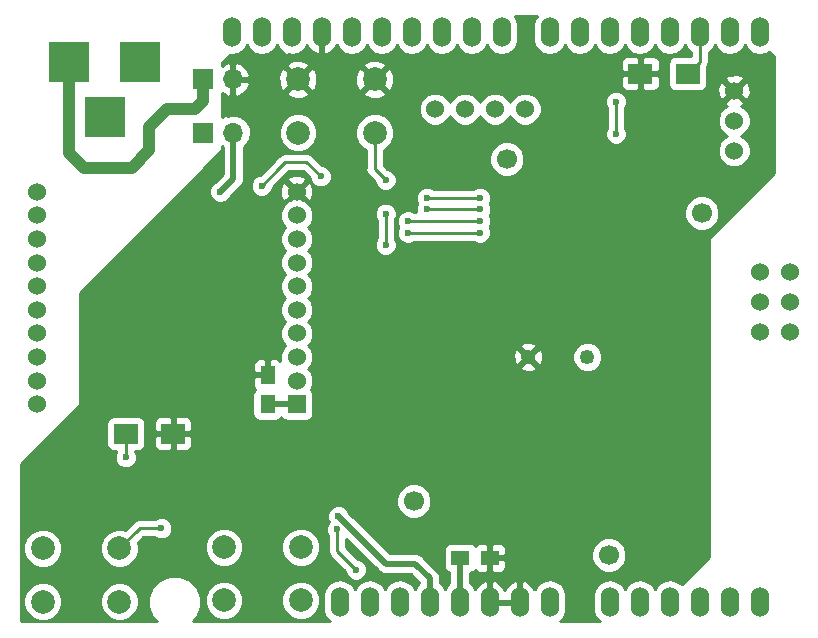
<source format=gbr>
G04 #@! TF.GenerationSoftware,KiCad,Pcbnew,5.0.1*
G04 #@! TF.CreationDate,2019-02-08T09:42:00-06:00*
G04 #@! TF.ProjectId,tomato_timer,746F6D61746F5F74696D65722E6B6963,rev?*
G04 #@! TF.SameCoordinates,Original*
G04 #@! TF.FileFunction,Copper,L2,Bot,Signal*
G04 #@! TF.FilePolarity,Positive*
%FSLAX46Y46*%
G04 Gerber Fmt 4.6, Leading zero omitted, Abs format (unit mm)*
G04 Created by KiCad (PCBNEW 5.0.1) date Fri 08 Feb 2019 09:42:00 AM CST*
%MOMM*%
%LPD*%
G01*
G04 APERTURE LIST*
G04 #@! TA.AperFunction,SMDPad,CuDef*
%ADD10R,1.500000X1.250000*%
G04 #@! TD*
G04 #@! TA.AperFunction,SMDPad,CuDef*
%ADD11R,1.250000X1.500000*%
G04 #@! TD*
G04 #@! TA.AperFunction,ComponentPad*
%ADD12C,1.524000*%
G04 #@! TD*
G04 #@! TA.AperFunction,ComponentPad*
%ADD13O,1.700000X1.700000*%
G04 #@! TD*
G04 #@! TA.AperFunction,ComponentPad*
%ADD14R,1.700000X1.700000*%
G04 #@! TD*
G04 #@! TA.AperFunction,ComponentPad*
%ADD15C,2.000000*%
G04 #@! TD*
G04 #@! TA.AperFunction,ComponentPad*
%ADD16C,1.250000*%
G04 #@! TD*
G04 #@! TA.AperFunction,ComponentPad*
%ADD17R,1.524000X1.524000*%
G04 #@! TD*
G04 #@! TA.AperFunction,ComponentPad*
%ADD18R,3.500000X3.500000*%
G04 #@! TD*
G04 #@! TA.AperFunction,ComponentPad*
%ADD19C,1.700000*%
G04 #@! TD*
G04 #@! TA.AperFunction,ComponentPad*
%ADD20O,1.524000X2.540000*%
G04 #@! TD*
G04 #@! TA.AperFunction,SMDPad,CuDef*
%ADD21R,2.000000X1.700000*%
G04 #@! TD*
G04 #@! TA.AperFunction,ViaPad*
%ADD22C,0.600000*%
G04 #@! TD*
G04 #@! TA.AperFunction,Conductor*
%ADD23C,0.500000*%
G04 #@! TD*
G04 #@! TA.AperFunction,Conductor*
%ADD24C,0.250000*%
G04 #@! TD*
G04 #@! TA.AperFunction,Conductor*
%ADD25C,1.000000*%
G04 #@! TD*
G04 #@! TA.AperFunction,Conductor*
%ADD26C,0.254000*%
G04 #@! TD*
G04 APERTURE END LIST*
D10*
G04 #@! TO.P,C3,1*
G04 #@! TO.N,/GND*
X189250000Y-108000000D03*
G04 #@! TO.P,C3,2*
G04 #@! TO.N,/5V*
X186750000Y-108000000D03*
G04 #@! TD*
D11*
G04 #@! TO.P,C1,1*
G04 #@! TO.N,/GND*
X170430000Y-92500000D03*
G04 #@! TO.P,C1,2*
G04 #@! TO.N,/3V3*
X170430000Y-95000000D03*
G04 #@! TD*
D12*
G04 #@! TO.P,D1,3*
G04 #@! TO.N,/5V_IN*
X184620000Y-70000000D03*
G04 #@! TO.P,D1,2*
G04 #@! TO.N,/GND_IN*
X187160000Y-70000000D03*
G04 #@! TO.P,D1,4*
G04 #@! TO.N,Net-(D1-Pad4)*
X189700000Y-70000000D03*
G04 #@! TO.P,D1,1*
G04 #@! TO.N,N/C*
X192240000Y-70000000D03*
G04 #@! TD*
D13*
G04 #@! TO.P,JP1,2*
G04 #@! TO.N,/GND*
X167470000Y-67500000D03*
D14*
G04 #@! TO.P,JP1,1*
G04 #@! TO.N,/GND_IN*
X164930000Y-67500000D03*
G04 #@! TD*
D15*
G04 #@! TO.P,SW2,2*
G04 #@! TO.N,/GND*
X179500000Y-67500000D03*
G04 #@! TO.P,SW2,1*
G04 #@! TO.N,/RESET*
X179500000Y-72000000D03*
G04 #@! TO.P,SW2,2*
G04 #@! TO.N,/GND*
X173000000Y-67500000D03*
G04 #@! TO.P,SW2,1*
G04 #@! TO.N,/RESET*
X173000000Y-72000000D03*
G04 #@! TD*
G04 #@! TO.P,SW3,2*
G04 #@! TO.N,/BTN_START*
X173246000Y-107100000D03*
G04 #@! TO.P,SW3,1*
G04 #@! TO.N,/5V*
X173246000Y-111600000D03*
G04 #@! TO.P,SW3,2*
G04 #@! TO.N,/BTN_START*
X166746000Y-107100000D03*
G04 #@! TO.P,SW3,1*
G04 #@! TO.N,/5V*
X166746000Y-111600000D03*
G04 #@! TD*
G04 #@! TO.P,SW4,2*
G04 #@! TO.N,/BTN_STOP*
X157896000Y-107200000D03*
G04 #@! TO.P,SW4,1*
G04 #@! TO.N,/5V*
X157896000Y-111700000D03*
G04 #@! TO.P,SW4,2*
G04 #@! TO.N,/BTN_STOP*
X151396000Y-107200000D03*
G04 #@! TO.P,SW4,1*
G04 #@! TO.N,/5V*
X151396000Y-111700000D03*
G04 #@! TD*
D16*
G04 #@! TO.P,LS1,1*
G04 #@! TO.N,/GND*
X192500000Y-91000000D03*
G04 #@! TO.P,LS1,2*
G04 #@! TO.N,Net-(LS1-Pad2)*
X197500000Y-91000000D03*
G04 #@! TD*
D12*
G04 #@! TO.P,U1,11*
G04 #@! TO.N,N/C*
X150900000Y-77000000D03*
G04 #@! TO.P,U1,12*
X150900000Y-79000000D03*
G04 #@! TO.P,U1,13*
X150900000Y-81000000D03*
G04 #@! TO.P,U1,14*
X150900000Y-83000000D03*
G04 #@! TO.P,U1,15*
X150900000Y-85000000D03*
G04 #@! TO.P,U1,16*
X150900000Y-87000000D03*
G04 #@! TO.P,U1,17*
X150900000Y-89000000D03*
G04 #@! TO.P,U1,18*
X150900000Y-91000000D03*
G04 #@! TO.P,U1,19*
X150900000Y-93000000D03*
G04 #@! TO.P,U1,20*
X150900000Y-95000000D03*
G04 #@! TO.P,U1,10*
G04 #@! TO.N,/GND*
X172900000Y-77000000D03*
G04 #@! TO.P,U1,9*
G04 #@! TO.N,N/C*
X172900000Y-79000000D03*
G04 #@! TO.P,U1,8*
X172900000Y-81000000D03*
G04 #@! TO.P,U1,7*
X172900000Y-83000000D03*
G04 #@! TO.P,U1,6*
X172900000Y-85000000D03*
G04 #@! TO.P,U1,5*
X172900000Y-87000000D03*
G04 #@! TO.P,U1,4*
X172900000Y-89000000D03*
G04 #@! TO.P,U1,3*
G04 #@! TO.N,/DIN*
X172900000Y-91000000D03*
G04 #@! TO.P,U1,2*
G04 #@! TO.N,/DOUT*
X172900000Y-93000000D03*
D17*
G04 #@! TO.P,U1,1*
G04 #@! TO.N,/3V3*
X172900000Y-95000000D03*
G04 #@! TD*
D18*
G04 #@! TO.P,J1,3*
G04 #@! TO.N,N/C*
X156646000Y-70700000D03*
G04 #@! TO.P,J1,2*
G04 #@! TO.N,/GND_IN*
X153646000Y-66000000D03*
G04 #@! TO.P,J1,1*
G04 #@! TO.N,/5V_IN*
X159646000Y-66000000D03*
G04 #@! TD*
D14*
G04 #@! TO.P,JP2,1*
G04 #@! TO.N,/5V_IN*
X165000000Y-72000000D03*
D13*
G04 #@! TO.P,JP2,2*
G04 #@! TO.N,/5V*
X167540000Y-72000000D03*
G04 #@! TD*
D19*
G04 #@! TO.P,D2,4*
G04 #@! TO.N,Net-(D2-Pad4)*
X207192000Y-78808000D03*
G04 #@! TO.P,D2,1*
G04 #@! TO.N,N/C*
X190682000Y-74236000D03*
G04 #@! TO.P,D2,2*
G04 #@! TO.N,/GND_IN*
X199318000Y-107764000D03*
G04 #@! TO.P,D2,3*
G04 #@! TO.N,/5V_IN*
X182808000Y-103192000D03*
G04 #@! TD*
D12*
G04 #@! TO.P,RV1,2*
G04 #@! TO.N,Net-(LS1-Pad2)*
X209930000Y-71000000D03*
G04 #@! TO.P,RV1,3*
G04 #@! TO.N,/BUZZER*
X209930000Y-73540000D03*
G04 #@! TO.P,RV1,1*
G04 #@! TO.N,/GND*
X209930000Y-68460000D03*
G04 #@! TD*
D20*
G04 #@! TO.P,TOMATO_SHIELD1,AD5*
G04 #@! TO.N,N/C*
X212100000Y-111760000D03*
G04 #@! TO.P,TOMATO_SHIELD1,AD4*
X209560000Y-111760000D03*
G04 #@! TO.P,TOMATO_SHIELD1,AD3*
X207020000Y-111760000D03*
G04 #@! TO.P,TOMATO_SHIELD1,AD0*
G04 #@! TO.N,/BUZZER*
X199400000Y-111760000D03*
G04 #@! TO.P,TOMATO_SHIELD1,AD1*
G04 #@! TO.N,N/C*
X201940000Y-111760000D03*
G04 #@! TO.P,TOMATO_SHIELD1,AD2*
X204480000Y-111760000D03*
G04 #@! TO.P,TOMATO_SHIELD1,V_IN*
X194320000Y-111760000D03*
G04 #@! TO.P,TOMATO_SHIELD1,GND2*
G04 #@! TO.N,/GND*
X191780000Y-111760000D03*
G04 #@! TO.P,TOMATO_SHIELD1,GND1*
X189240000Y-111760000D03*
G04 #@! TO.P,TOMATO_SHIELD1,3V3*
G04 #@! TO.N,/3V3*
X184160000Y-111760000D03*
G04 #@! TO.P,TOMATO_SHIELD1,RST*
G04 #@! TO.N,/RESET*
X181620000Y-111760000D03*
G04 #@! TO.P,TOMATO_SHIELD1,0*
G04 #@! TO.N,/RX*
X212100000Y-63500000D03*
G04 #@! TO.P,TOMATO_SHIELD1,1*
G04 #@! TO.N,/TX*
X209560000Y-63500000D03*
G04 #@! TO.P,TOMATO_SHIELD1,2*
G04 #@! TO.N,/BTN_START*
X207020000Y-63500000D03*
G04 #@! TO.P,TOMATO_SHIELD1,3*
G04 #@! TO.N,/BTN_STOP*
X204480000Y-63500000D03*
G04 #@! TO.P,TOMATO_SHIELD1,4*
G04 #@! TO.N,N/C*
X201940000Y-63500000D03*
G04 #@! TO.P,TOMATO_SHIELD1,5*
X199400000Y-63500000D03*
G04 #@! TO.P,TOMATO_SHIELD1,6*
G04 #@! TO.N,/PIXEL_RING_PIN*
X196860000Y-63500000D03*
G04 #@! TO.P,TOMATO_SHIELD1,7*
G04 #@! TO.N,N/C*
X194320000Y-63500000D03*
G04 #@! TO.P,TOMATO_SHIELD1,8*
G04 #@! TO.N,/PIXEL_STRIP_PIN*
X190256000Y-63500000D03*
G04 #@! TO.P,TOMATO_SHIELD1,9*
G04 #@! TO.N,N/C*
X187716000Y-63500000D03*
G04 #@! TO.P,TOMATO_SHIELD1,10*
X185176000Y-63500000D03*
G04 #@! TO.P,TOMATO_SHIELD1,11*
X182636000Y-63500000D03*
G04 #@! TO.P,TOMATO_SHIELD1,12*
X180096000Y-63500000D03*
G04 #@! TO.P,TOMATO_SHIELD1,13*
X177556000Y-63500000D03*
G04 #@! TO.P,TOMATO_SHIELD1,GND3*
G04 #@! TO.N,/GND*
X175016000Y-63500000D03*
G04 #@! TO.P,TOMATO_SHIELD1,AREF*
G04 #@! TO.N,N/C*
X172476000Y-63500000D03*
G04 #@! TO.P,TOMATO_SHIELD1,5V*
G04 #@! TO.N,/5V*
X186700000Y-111760000D03*
G04 #@! TO.P,TOMATO_SHIELD1,SDA*
G04 #@! TO.N,N/C*
X169936000Y-63500000D03*
G04 #@! TO.P,TOMATO_SHIELD1,SCL*
X167396000Y-63500000D03*
G04 #@! TO.P,TOMATO_SHIELD1,IO_R*
X179080000Y-111760000D03*
G04 #@! TO.P,TOMATO_SHIELD1,NC*
X176540000Y-111760000D03*
D12*
G04 #@! TO.P,TOMATO_SHIELD1,SP1*
X212100000Y-83820000D03*
G04 #@! TO.P,TOMATO_SHIELD1,SP2*
X214640000Y-83820000D03*
G04 #@! TO.P,TOMATO_SHIELD1,SP3*
X212100000Y-86360000D03*
G04 #@! TO.P,TOMATO_SHIELD1,SP4*
X214640000Y-86360000D03*
G04 #@! TO.P,TOMATO_SHIELD1,SP5*
X212100000Y-88900000D03*
G04 #@! TO.P,TOMATO_SHIELD1,SP6*
X214640000Y-88900000D03*
G04 #@! TD*
D21*
G04 #@! TO.P,R5,2*
G04 #@! TO.N,/GND*
X202000000Y-67000000D03*
G04 #@! TO.P,R5,1*
G04 #@! TO.N,/BTN_START*
X206000000Y-67000000D03*
G04 #@! TD*
G04 #@! TO.P,R6,1*
G04 #@! TO.N,/BTN_STOP*
X158430000Y-97500000D03*
G04 #@! TO.P,R6,2*
G04 #@! TO.N,/GND*
X162430000Y-97500000D03*
G04 #@! TD*
D22*
G04 #@! TO.N,/3V3*
X176430000Y-104500000D03*
G04 #@! TO.N,/TX*
X174930000Y-75700000D03*
X188430000Y-79500000D03*
X182305000Y-79500000D03*
X169930000Y-76500000D03*
G04 #@! TO.N,/RX*
X188430000Y-80500000D03*
X182305000Y-80500000D03*
G04 #@! TO.N,/5V*
X166430000Y-77000000D03*
G04 #@! TO.N,/BTN_START*
X188430000Y-78500000D03*
X183930000Y-78500000D03*
G04 #@! TO.N,/BTN_STOP*
X188430000Y-77500000D03*
X183930000Y-77500000D03*
X161446000Y-105500000D03*
X158430000Y-99500000D03*
G04 #@! TO.N,/RESET*
X180430000Y-76000000D03*
X180430000Y-78875000D03*
X180430000Y-81500000D03*
X176328959Y-105601041D03*
X177930000Y-109000000D03*
G04 #@! TO.N,/PIXEL_RING_PIN*
X199930000Y-69375000D03*
X199930000Y-72125000D03*
G04 #@! TD*
D23*
G04 #@! TO.N,/3V3*
X184160000Y-109730000D02*
X184160000Y-111760000D01*
X182930000Y-108500000D02*
X184160000Y-109730000D01*
X176430000Y-104500000D02*
X180430000Y-108500000D01*
X180430000Y-108500000D02*
X182930000Y-108500000D01*
X172900000Y-95000000D02*
X170430000Y-95000000D01*
D24*
G04 #@! TO.N,/TX*
X188430000Y-79500000D02*
X182305000Y-79500000D01*
X174930000Y-75700000D02*
X173730000Y-74500000D01*
X173730000Y-74500000D02*
X171930000Y-74500000D01*
X171930000Y-74500000D02*
X171430000Y-75000000D01*
X171430000Y-75000000D02*
X169930000Y-76500000D01*
G04 #@! TO.N,/RX*
X188430000Y-80500000D02*
X182305000Y-80500000D01*
D23*
G04 #@! TO.N,/5V*
X167540000Y-75890000D02*
X167540000Y-72000000D01*
X166430000Y-77000000D02*
X167540000Y-75890000D01*
X186700000Y-108050000D02*
X186750000Y-108000000D01*
X186700000Y-111760000D02*
X186700000Y-108050000D01*
D24*
G04 #@! TO.N,/BTN_START*
X207020000Y-65980000D02*
X206000000Y-67000000D01*
X207020000Y-63500000D02*
X207020000Y-65980000D01*
X188430000Y-78500000D02*
X183930000Y-78500000D01*
G04 #@! TO.N,/BTN_STOP*
X188430000Y-77500000D02*
X183930000Y-77500000D01*
X161446000Y-105500000D02*
X159596000Y-105500000D01*
X159596000Y-105500000D02*
X159430000Y-105666000D01*
X159430000Y-105666000D02*
X157896000Y-107200000D01*
X158430000Y-97500000D02*
X158430000Y-99500000D01*
G04 #@! TO.N,/RESET*
X179500000Y-72000000D02*
X179500000Y-75070000D01*
X179500000Y-75070000D02*
X180430000Y-76000000D01*
X180430000Y-78875000D02*
X180430000Y-81500000D01*
X176328959Y-105601041D02*
X176328959Y-107398959D01*
X176328959Y-107398959D02*
X177930000Y-109000000D01*
G04 #@! TO.N,/PIXEL_RING_PIN*
X199930000Y-69375000D02*
X199930000Y-72125000D01*
D25*
G04 #@! TO.N,/GND_IN*
X164930000Y-69350000D02*
X164930000Y-67500000D01*
X164280000Y-70000000D02*
X164930000Y-69350000D01*
X153646000Y-66000000D02*
X153646000Y-73716000D01*
X161930000Y-70000000D02*
X164280000Y-70000000D01*
X154930000Y-75000000D02*
X158930000Y-75000000D01*
X160430000Y-71500000D02*
X161930000Y-70000000D01*
X153646000Y-73716000D02*
X154930000Y-75000000D01*
X158930000Y-75000000D02*
X160430000Y-73500000D01*
X160430000Y-73500000D02*
X160430000Y-71500000D01*
G04 #@! TD*
D26*
G04 #@! TO.N,/GND*
G36*
X193004056Y-62446919D02*
X192923000Y-62854413D01*
X192923000Y-64145588D01*
X193004056Y-64553082D01*
X193312821Y-65015180D01*
X193774919Y-65323944D01*
X194320000Y-65432368D01*
X194865082Y-65323944D01*
X195327180Y-65015180D01*
X195590000Y-64621842D01*
X195852821Y-65015180D01*
X196314919Y-65323944D01*
X196860000Y-65432368D01*
X197405082Y-65323944D01*
X197867180Y-65015180D01*
X198130000Y-64621842D01*
X198392821Y-65015180D01*
X198854919Y-65323944D01*
X199400000Y-65432368D01*
X199945082Y-65323944D01*
X200407180Y-65015180D01*
X200670000Y-64621842D01*
X200932821Y-65015180D01*
X201394919Y-65323944D01*
X201940000Y-65432368D01*
X202485082Y-65323944D01*
X202947180Y-65015180D01*
X203210000Y-64621842D01*
X203472821Y-65015180D01*
X203934919Y-65323944D01*
X204480000Y-65432368D01*
X205025082Y-65323944D01*
X205487180Y-65015180D01*
X205750000Y-64621842D01*
X206012821Y-65015180D01*
X206260001Y-65180340D01*
X206260001Y-65502560D01*
X205000000Y-65502560D01*
X204752235Y-65551843D01*
X204542191Y-65692191D01*
X204401843Y-65902235D01*
X204352560Y-66150000D01*
X204352560Y-67850000D01*
X204401843Y-68097765D01*
X204542191Y-68307809D01*
X204752235Y-68448157D01*
X205000000Y-68497440D01*
X207000000Y-68497440D01*
X207247765Y-68448157D01*
X207457809Y-68307809D01*
X207494897Y-68252302D01*
X208520856Y-68252302D01*
X208548638Y-68807368D01*
X208707603Y-69191143D01*
X208949787Y-69260608D01*
X209750395Y-68460000D01*
X210109605Y-68460000D01*
X210910213Y-69260608D01*
X211152397Y-69191143D01*
X211339144Y-68667698D01*
X211311362Y-68112632D01*
X211152397Y-67728857D01*
X210910213Y-67659392D01*
X210109605Y-68460000D01*
X209750395Y-68460000D01*
X208949787Y-67659392D01*
X208707603Y-67728857D01*
X208520856Y-68252302D01*
X207494897Y-68252302D01*
X207598157Y-68097765D01*
X207647440Y-67850000D01*
X207647440Y-67479787D01*
X209129392Y-67479787D01*
X209930000Y-68280395D01*
X210730608Y-67479787D01*
X210661143Y-67237603D01*
X210137698Y-67050856D01*
X209582632Y-67078638D01*
X209198857Y-67237603D01*
X209129392Y-67479787D01*
X207647440Y-67479787D01*
X207647440Y-66408933D01*
X207651915Y-66402235D01*
X207735904Y-66276538D01*
X207745488Y-66228355D01*
X207780000Y-66054852D01*
X207780000Y-66054848D01*
X207794888Y-65980000D01*
X207780000Y-65905152D01*
X207780000Y-65180340D01*
X208027180Y-65015180D01*
X208290000Y-64621842D01*
X208552821Y-65015180D01*
X209014919Y-65323944D01*
X209560000Y-65432368D01*
X210105082Y-65323944D01*
X210567180Y-65015180D01*
X210830000Y-64621842D01*
X211092821Y-65015180D01*
X211554919Y-65323944D01*
X212100000Y-65432368D01*
X212645082Y-65323944D01*
X212902402Y-65152008D01*
X213303000Y-65552606D01*
X213303000Y-75447394D01*
X207840197Y-80910197D01*
X207812667Y-80951399D01*
X207803000Y-81000000D01*
X207803000Y-107947394D01*
X205494547Y-110255847D01*
X205487179Y-110244820D01*
X205025081Y-109936056D01*
X204480000Y-109827632D01*
X203934918Y-109936056D01*
X203472820Y-110244821D01*
X203210000Y-110638159D01*
X202947179Y-110244820D01*
X202485081Y-109936056D01*
X201940000Y-109827632D01*
X201394918Y-109936056D01*
X200932820Y-110244821D01*
X200670000Y-110638159D01*
X200407179Y-110244820D01*
X199945081Y-109936056D01*
X199400000Y-109827632D01*
X198854918Y-109936056D01*
X198392820Y-110244821D01*
X198084056Y-110706919D01*
X198003000Y-111114413D01*
X198003000Y-112405588D01*
X198084056Y-112813082D01*
X198392821Y-113275180D01*
X198539219Y-113373000D01*
X195180782Y-113373000D01*
X195327180Y-113275180D01*
X195635944Y-112813082D01*
X195717000Y-112405588D01*
X195717000Y-111114412D01*
X195635944Y-110706918D01*
X195327179Y-110244820D01*
X194865081Y-109936056D01*
X194320000Y-109827632D01*
X193774918Y-109936056D01*
X193312820Y-110244821D01*
X193038420Y-110655490D01*
X193022059Y-110600059D01*
X192678026Y-110174370D01*
X192197277Y-109912740D01*
X192123070Y-109897780D01*
X191907000Y-110020280D01*
X191907000Y-111633000D01*
X191927000Y-111633000D01*
X191927000Y-111887000D01*
X191907000Y-111887000D01*
X191907000Y-111907000D01*
X191653000Y-111907000D01*
X191653000Y-111887000D01*
X189367000Y-111887000D01*
X189367000Y-111907000D01*
X189113000Y-111907000D01*
X189113000Y-111887000D01*
X189093000Y-111887000D01*
X189093000Y-111633000D01*
X189113000Y-111633000D01*
X189113000Y-110020280D01*
X189367000Y-110020280D01*
X189367000Y-111633000D01*
X191653000Y-111633000D01*
X191653000Y-110020280D01*
X191436930Y-109897780D01*
X191362723Y-109912740D01*
X190881974Y-110174370D01*
X190537941Y-110600059D01*
X190510000Y-110694723D01*
X190482059Y-110600059D01*
X190138026Y-110174370D01*
X189657277Y-109912740D01*
X189583070Y-109897780D01*
X189367000Y-110020280D01*
X189113000Y-110020280D01*
X188896930Y-109897780D01*
X188822723Y-109912740D01*
X188341974Y-110174370D01*
X187997941Y-110600059D01*
X187981580Y-110655489D01*
X187707179Y-110244820D01*
X187585000Y-110163183D01*
X187585000Y-109255533D01*
X187747765Y-109223157D01*
X187957809Y-109082809D01*
X187998654Y-109021680D01*
X188140302Y-109163327D01*
X188373691Y-109260000D01*
X188964250Y-109260000D01*
X189123000Y-109101250D01*
X189123000Y-108127000D01*
X189377000Y-108127000D01*
X189377000Y-109101250D01*
X189535750Y-109260000D01*
X190126309Y-109260000D01*
X190359698Y-109163327D01*
X190538327Y-108984699D01*
X190635000Y-108751310D01*
X190635000Y-108285750D01*
X190476250Y-108127000D01*
X189377000Y-108127000D01*
X189123000Y-108127000D01*
X189103000Y-108127000D01*
X189103000Y-107873000D01*
X189123000Y-107873000D01*
X189123000Y-106898750D01*
X189377000Y-106898750D01*
X189377000Y-107873000D01*
X190476250Y-107873000D01*
X190635000Y-107714250D01*
X190635000Y-107468615D01*
X197833000Y-107468615D01*
X197833000Y-108059385D01*
X198059078Y-108605185D01*
X198476815Y-109022922D01*
X199022615Y-109249000D01*
X199613385Y-109249000D01*
X200159185Y-109022922D01*
X200576922Y-108605185D01*
X200803000Y-108059385D01*
X200803000Y-107468615D01*
X200576922Y-106922815D01*
X200159185Y-106505078D01*
X199613385Y-106279000D01*
X199022615Y-106279000D01*
X198476815Y-106505078D01*
X198059078Y-106922815D01*
X197833000Y-107468615D01*
X190635000Y-107468615D01*
X190635000Y-107248690D01*
X190538327Y-107015301D01*
X190359698Y-106836673D01*
X190126309Y-106740000D01*
X189535750Y-106740000D01*
X189377000Y-106898750D01*
X189123000Y-106898750D01*
X188964250Y-106740000D01*
X188373691Y-106740000D01*
X188140302Y-106836673D01*
X187998654Y-106978320D01*
X187957809Y-106917191D01*
X187747765Y-106776843D01*
X187500000Y-106727560D01*
X186000000Y-106727560D01*
X185752235Y-106776843D01*
X185542191Y-106917191D01*
X185401843Y-107127235D01*
X185352560Y-107375000D01*
X185352560Y-108625000D01*
X185401843Y-108872765D01*
X185542191Y-109082809D01*
X185752235Y-109223157D01*
X185815001Y-109235642D01*
X185815000Y-110163182D01*
X185692820Y-110244821D01*
X185430000Y-110638159D01*
X185167179Y-110244820D01*
X185045000Y-110163183D01*
X185045000Y-109817161D01*
X185062337Y-109730000D01*
X185045000Y-109642839D01*
X185045000Y-109642835D01*
X184993652Y-109384690D01*
X184918649Y-109272440D01*
X184847424Y-109165845D01*
X184847423Y-109165844D01*
X184798049Y-109091951D01*
X184724156Y-109042577D01*
X183617425Y-107935847D01*
X183568049Y-107861951D01*
X183275310Y-107666348D01*
X183017165Y-107615000D01*
X183017161Y-107615000D01*
X182930000Y-107597663D01*
X182842839Y-107615000D01*
X180796579Y-107615000D01*
X177272656Y-104091078D01*
X177222655Y-103970365D01*
X176959635Y-103707345D01*
X176615983Y-103565000D01*
X176244017Y-103565000D01*
X175900365Y-103707345D01*
X175637345Y-103970365D01*
X175495000Y-104314017D01*
X175495000Y-104685983D01*
X175619985Y-104987725D01*
X175536304Y-105071406D01*
X175393959Y-105415058D01*
X175393959Y-105787024D01*
X175536304Y-106130676D01*
X175568959Y-106163331D01*
X175568960Y-107324107D01*
X175554071Y-107398959D01*
X175568960Y-107473811D01*
X175579186Y-107525222D01*
X175613056Y-107695496D01*
X175731661Y-107873000D01*
X175781031Y-107946888D01*
X175844487Y-107989288D01*
X176995000Y-109139802D01*
X176995000Y-109185983D01*
X177137345Y-109529635D01*
X177400365Y-109792655D01*
X177744017Y-109935000D01*
X178115983Y-109935000D01*
X178459635Y-109792655D01*
X178722655Y-109529635D01*
X178865000Y-109185983D01*
X178865000Y-108814017D01*
X178722655Y-108470365D01*
X178459635Y-108207345D01*
X178115983Y-108065000D01*
X178069802Y-108065000D01*
X177088959Y-107084158D01*
X177088959Y-106410537D01*
X179742577Y-109064156D01*
X179791951Y-109138049D01*
X179865844Y-109187423D01*
X179865845Y-109187424D01*
X179919323Y-109223157D01*
X180084690Y-109333652D01*
X180342835Y-109385000D01*
X180342839Y-109385000D01*
X180429999Y-109402337D01*
X180517159Y-109385000D01*
X182563422Y-109385000D01*
X183275000Y-110096579D01*
X183275000Y-110163183D01*
X183152820Y-110244821D01*
X182890000Y-110638159D01*
X182627179Y-110244820D01*
X182165081Y-109936056D01*
X181620000Y-109827632D01*
X181074918Y-109936056D01*
X180612820Y-110244821D01*
X180350000Y-110638159D01*
X180087179Y-110244820D01*
X179625081Y-109936056D01*
X179080000Y-109827632D01*
X178534918Y-109936056D01*
X178072820Y-110244821D01*
X177810000Y-110638159D01*
X177547179Y-110244820D01*
X177085081Y-109936056D01*
X176540000Y-109827632D01*
X175994918Y-109936056D01*
X175532820Y-110244821D01*
X175224056Y-110706919D01*
X175143000Y-111114413D01*
X175143000Y-112405588D01*
X175224056Y-112813082D01*
X175532821Y-113275180D01*
X175679219Y-113373000D01*
X164100089Y-113373000D01*
X164454144Y-113018945D01*
X164792500Y-112202083D01*
X164792500Y-111317917D01*
X164774632Y-111274778D01*
X165111000Y-111274778D01*
X165111000Y-111925222D01*
X165359914Y-112526153D01*
X165819847Y-112986086D01*
X166420778Y-113235000D01*
X167071222Y-113235000D01*
X167672153Y-112986086D01*
X168132086Y-112526153D01*
X168381000Y-111925222D01*
X168381000Y-111274778D01*
X171611000Y-111274778D01*
X171611000Y-111925222D01*
X171859914Y-112526153D01*
X172319847Y-112986086D01*
X172920778Y-113235000D01*
X173571222Y-113235000D01*
X174172153Y-112986086D01*
X174632086Y-112526153D01*
X174881000Y-111925222D01*
X174881000Y-111274778D01*
X174632086Y-110673847D01*
X174172153Y-110213914D01*
X173571222Y-109965000D01*
X172920778Y-109965000D01*
X172319847Y-110213914D01*
X171859914Y-110673847D01*
X171611000Y-111274778D01*
X168381000Y-111274778D01*
X168132086Y-110673847D01*
X167672153Y-110213914D01*
X167071222Y-109965000D01*
X166420778Y-109965000D01*
X165819847Y-110213914D01*
X165359914Y-110673847D01*
X165111000Y-111274778D01*
X164774632Y-111274778D01*
X164454144Y-110501055D01*
X163828945Y-109875856D01*
X163012083Y-109537500D01*
X162127917Y-109537500D01*
X161311055Y-109875856D01*
X160685856Y-110501055D01*
X160347500Y-111317917D01*
X160347500Y-112202083D01*
X160685856Y-113018945D01*
X161039911Y-113373000D01*
X149557000Y-113373000D01*
X149557000Y-111374778D01*
X149761000Y-111374778D01*
X149761000Y-112025222D01*
X150009914Y-112626153D01*
X150469847Y-113086086D01*
X151070778Y-113335000D01*
X151721222Y-113335000D01*
X152322153Y-113086086D01*
X152782086Y-112626153D01*
X153031000Y-112025222D01*
X153031000Y-111374778D01*
X156261000Y-111374778D01*
X156261000Y-112025222D01*
X156509914Y-112626153D01*
X156969847Y-113086086D01*
X157570778Y-113335000D01*
X158221222Y-113335000D01*
X158822153Y-113086086D01*
X159282086Y-112626153D01*
X159531000Y-112025222D01*
X159531000Y-111374778D01*
X159282086Y-110773847D01*
X158822153Y-110313914D01*
X158221222Y-110065000D01*
X157570778Y-110065000D01*
X156969847Y-110313914D01*
X156509914Y-110773847D01*
X156261000Y-111374778D01*
X153031000Y-111374778D01*
X152782086Y-110773847D01*
X152322153Y-110313914D01*
X151721222Y-110065000D01*
X151070778Y-110065000D01*
X150469847Y-110313914D01*
X150009914Y-110773847D01*
X149761000Y-111374778D01*
X149557000Y-111374778D01*
X149557000Y-106874778D01*
X149761000Y-106874778D01*
X149761000Y-107525222D01*
X150009914Y-108126153D01*
X150469847Y-108586086D01*
X151070778Y-108835000D01*
X151721222Y-108835000D01*
X152322153Y-108586086D01*
X152782086Y-108126153D01*
X153031000Y-107525222D01*
X153031000Y-106874778D01*
X156261000Y-106874778D01*
X156261000Y-107525222D01*
X156509914Y-108126153D01*
X156969847Y-108586086D01*
X157570778Y-108835000D01*
X158221222Y-108835000D01*
X158822153Y-108586086D01*
X159282086Y-108126153D01*
X159531000Y-107525222D01*
X159531000Y-106874778D01*
X159489579Y-106774778D01*
X165111000Y-106774778D01*
X165111000Y-107425222D01*
X165359914Y-108026153D01*
X165819847Y-108486086D01*
X166420778Y-108735000D01*
X167071222Y-108735000D01*
X167672153Y-108486086D01*
X168132086Y-108026153D01*
X168381000Y-107425222D01*
X168381000Y-106774778D01*
X171611000Y-106774778D01*
X171611000Y-107425222D01*
X171859914Y-108026153D01*
X172319847Y-108486086D01*
X172920778Y-108735000D01*
X173571222Y-108735000D01*
X174172153Y-108486086D01*
X174632086Y-108026153D01*
X174881000Y-107425222D01*
X174881000Y-106774778D01*
X174632086Y-106173847D01*
X174172153Y-105713914D01*
X173571222Y-105465000D01*
X172920778Y-105465000D01*
X172319847Y-105713914D01*
X171859914Y-106173847D01*
X171611000Y-106774778D01*
X168381000Y-106774778D01*
X168132086Y-106173847D01*
X167672153Y-105713914D01*
X167071222Y-105465000D01*
X166420778Y-105465000D01*
X165819847Y-105713914D01*
X165359914Y-106173847D01*
X165111000Y-106774778D01*
X159489579Y-106774778D01*
X159462177Y-106708625D01*
X159910802Y-106260000D01*
X160883710Y-106260000D01*
X160916365Y-106292655D01*
X161260017Y-106435000D01*
X161631983Y-106435000D01*
X161975635Y-106292655D01*
X162238655Y-106029635D01*
X162381000Y-105685983D01*
X162381000Y-105314017D01*
X162238655Y-104970365D01*
X161975635Y-104707345D01*
X161631983Y-104565000D01*
X161260017Y-104565000D01*
X160916365Y-104707345D01*
X160883710Y-104740000D01*
X159670846Y-104740000D01*
X159595999Y-104725112D01*
X159521152Y-104740000D01*
X159521148Y-104740000D01*
X159299463Y-104784096D01*
X159048071Y-104952071D01*
X159005670Y-105015528D01*
X158945529Y-105075670D01*
X158945527Y-105075671D01*
X158387375Y-105633823D01*
X158221222Y-105565000D01*
X157570778Y-105565000D01*
X156969847Y-105813914D01*
X156509914Y-106273847D01*
X156261000Y-106874778D01*
X153031000Y-106874778D01*
X152782086Y-106273847D01*
X152322153Y-105813914D01*
X151721222Y-105565000D01*
X151070778Y-105565000D01*
X150469847Y-105813914D01*
X150009914Y-106273847D01*
X149761000Y-106874778D01*
X149557000Y-106874778D01*
X149557000Y-102896615D01*
X181323000Y-102896615D01*
X181323000Y-103487385D01*
X181549078Y-104033185D01*
X181966815Y-104450922D01*
X182512615Y-104677000D01*
X183103385Y-104677000D01*
X183649185Y-104450922D01*
X184066922Y-104033185D01*
X184293000Y-103487385D01*
X184293000Y-102896615D01*
X184066922Y-102350815D01*
X183649185Y-101933078D01*
X183103385Y-101707000D01*
X182512615Y-101707000D01*
X181966815Y-101933078D01*
X181549078Y-102350815D01*
X181323000Y-102896615D01*
X149557000Y-102896615D01*
X149557000Y-100052606D01*
X152959606Y-96650000D01*
X156782560Y-96650000D01*
X156782560Y-98350000D01*
X156831843Y-98597765D01*
X156972191Y-98807809D01*
X157182235Y-98948157D01*
X157430000Y-98997440D01*
X157626130Y-98997440D01*
X157495000Y-99314017D01*
X157495000Y-99685983D01*
X157637345Y-100029635D01*
X157900365Y-100292655D01*
X158244017Y-100435000D01*
X158615983Y-100435000D01*
X158959635Y-100292655D01*
X159222655Y-100029635D01*
X159365000Y-99685983D01*
X159365000Y-99314017D01*
X159233870Y-98997440D01*
X159430000Y-98997440D01*
X159677765Y-98948157D01*
X159887809Y-98807809D01*
X160028157Y-98597765D01*
X160077440Y-98350000D01*
X160077440Y-97785750D01*
X160795000Y-97785750D01*
X160795000Y-98476310D01*
X160891673Y-98709699D01*
X161070302Y-98888327D01*
X161303691Y-98985000D01*
X162144250Y-98985000D01*
X162303000Y-98826250D01*
X162303000Y-97627000D01*
X162557000Y-97627000D01*
X162557000Y-98826250D01*
X162715750Y-98985000D01*
X163556309Y-98985000D01*
X163789698Y-98888327D01*
X163968327Y-98709699D01*
X164065000Y-98476310D01*
X164065000Y-97785750D01*
X163906250Y-97627000D01*
X162557000Y-97627000D01*
X162303000Y-97627000D01*
X160953750Y-97627000D01*
X160795000Y-97785750D01*
X160077440Y-97785750D01*
X160077440Y-96650000D01*
X160052316Y-96523690D01*
X160795000Y-96523690D01*
X160795000Y-97214250D01*
X160953750Y-97373000D01*
X162303000Y-97373000D01*
X162303000Y-96173750D01*
X162557000Y-96173750D01*
X162557000Y-97373000D01*
X163906250Y-97373000D01*
X164065000Y-97214250D01*
X164065000Y-96523690D01*
X163968327Y-96290301D01*
X163789698Y-96111673D01*
X163556309Y-96015000D01*
X162715750Y-96015000D01*
X162557000Y-96173750D01*
X162303000Y-96173750D01*
X162144250Y-96015000D01*
X161303691Y-96015000D01*
X161070302Y-96111673D01*
X160891673Y-96290301D01*
X160795000Y-96523690D01*
X160052316Y-96523690D01*
X160028157Y-96402235D01*
X159887809Y-96192191D01*
X159677765Y-96051843D01*
X159430000Y-96002560D01*
X157430000Y-96002560D01*
X157182235Y-96051843D01*
X156972191Y-96192191D01*
X156831843Y-96402235D01*
X156782560Y-96650000D01*
X152959606Y-96650000D01*
X154519803Y-95089803D01*
X154547333Y-95048601D01*
X154557000Y-95000000D01*
X154557000Y-94250000D01*
X169157560Y-94250000D01*
X169157560Y-95750000D01*
X169206843Y-95997765D01*
X169347191Y-96207809D01*
X169557235Y-96348157D01*
X169805000Y-96397440D01*
X171055000Y-96397440D01*
X171302765Y-96348157D01*
X171512809Y-96207809D01*
X171592491Y-96088558D01*
X171680191Y-96219809D01*
X171890235Y-96360157D01*
X172138000Y-96409440D01*
X173662000Y-96409440D01*
X173909765Y-96360157D01*
X174119809Y-96219809D01*
X174260157Y-96009765D01*
X174309440Y-95762000D01*
X174309440Y-94238000D01*
X174260157Y-93990235D01*
X174119809Y-93780191D01*
X174095629Y-93764034D01*
X174297000Y-93277881D01*
X174297000Y-92722119D01*
X174084320Y-92208663D01*
X173875657Y-92000000D01*
X173994779Y-91880878D01*
X191798727Y-91880878D01*
X191851325Y-92108890D01*
X192325056Y-92272717D01*
X192825420Y-92242785D01*
X193148675Y-92108890D01*
X193201273Y-91880878D01*
X192500000Y-91179605D01*
X191798727Y-91880878D01*
X173994779Y-91880878D01*
X174084320Y-91791337D01*
X174297000Y-91277881D01*
X174297000Y-90825056D01*
X191227283Y-90825056D01*
X191257215Y-91325420D01*
X191391110Y-91648675D01*
X191619122Y-91701273D01*
X192320395Y-91000000D01*
X192679605Y-91000000D01*
X193380878Y-91701273D01*
X193608890Y-91648675D01*
X193772717Y-91174944D01*
X193747259Y-90749370D01*
X196240000Y-90749370D01*
X196240000Y-91250630D01*
X196431823Y-91713733D01*
X196786267Y-92068177D01*
X197249370Y-92260000D01*
X197750630Y-92260000D01*
X198213733Y-92068177D01*
X198568177Y-91713733D01*
X198760000Y-91250630D01*
X198760000Y-90749370D01*
X198568177Y-90286267D01*
X198213733Y-89931823D01*
X197750630Y-89740000D01*
X197249370Y-89740000D01*
X196786267Y-89931823D01*
X196431823Y-90286267D01*
X196240000Y-90749370D01*
X193747259Y-90749370D01*
X193742785Y-90674580D01*
X193608890Y-90351325D01*
X193380878Y-90298727D01*
X192679605Y-91000000D01*
X192320395Y-91000000D01*
X191619122Y-90298727D01*
X191391110Y-90351325D01*
X191227283Y-90825056D01*
X174297000Y-90825056D01*
X174297000Y-90722119D01*
X174084320Y-90208663D01*
X173994779Y-90119122D01*
X191798727Y-90119122D01*
X192500000Y-90820395D01*
X193201273Y-90119122D01*
X193148675Y-89891110D01*
X192674944Y-89727283D01*
X192174580Y-89757215D01*
X191851325Y-89891110D01*
X191798727Y-90119122D01*
X173994779Y-90119122D01*
X173875657Y-90000000D01*
X174084320Y-89791337D01*
X174297000Y-89277881D01*
X174297000Y-88722119D01*
X174084320Y-88208663D01*
X173875657Y-88000000D01*
X174084320Y-87791337D01*
X174297000Y-87277881D01*
X174297000Y-86722119D01*
X174084320Y-86208663D01*
X173875657Y-86000000D01*
X174084320Y-85791337D01*
X174297000Y-85277881D01*
X174297000Y-84722119D01*
X174084320Y-84208663D01*
X173875657Y-84000000D01*
X174084320Y-83791337D01*
X174297000Y-83277881D01*
X174297000Y-82722119D01*
X174084320Y-82208663D01*
X173875657Y-82000000D01*
X174084320Y-81791337D01*
X174297000Y-81277881D01*
X174297000Y-80722119D01*
X174084320Y-80208663D01*
X173875657Y-80000000D01*
X174084320Y-79791337D01*
X174297000Y-79277881D01*
X174297000Y-78722119D01*
X174283289Y-78689017D01*
X179495000Y-78689017D01*
X179495000Y-79060983D01*
X179637345Y-79404635D01*
X179670000Y-79437290D01*
X179670001Y-80937709D01*
X179637345Y-80970365D01*
X179495000Y-81314017D01*
X179495000Y-81685983D01*
X179637345Y-82029635D01*
X179900365Y-82292655D01*
X180244017Y-82435000D01*
X180615983Y-82435000D01*
X180959635Y-82292655D01*
X181222655Y-82029635D01*
X181365000Y-81685983D01*
X181365000Y-81314017D01*
X181222655Y-80970365D01*
X181190000Y-80937710D01*
X181190000Y-79437290D01*
X181222655Y-79404635D01*
X181260190Y-79314017D01*
X181370000Y-79314017D01*
X181370000Y-79685983D01*
X181500070Y-80000000D01*
X181370000Y-80314017D01*
X181370000Y-80685983D01*
X181512345Y-81029635D01*
X181775365Y-81292655D01*
X182119017Y-81435000D01*
X182490983Y-81435000D01*
X182834635Y-81292655D01*
X182867290Y-81260000D01*
X187867710Y-81260000D01*
X187900365Y-81292655D01*
X188244017Y-81435000D01*
X188615983Y-81435000D01*
X188959635Y-81292655D01*
X189222655Y-81029635D01*
X189365000Y-80685983D01*
X189365000Y-80314017D01*
X189234930Y-80000000D01*
X189365000Y-79685983D01*
X189365000Y-79314017D01*
X189234930Y-79000000D01*
X189365000Y-78685983D01*
X189365000Y-78512615D01*
X205707000Y-78512615D01*
X205707000Y-79103385D01*
X205933078Y-79649185D01*
X206350815Y-80066922D01*
X206896615Y-80293000D01*
X207487385Y-80293000D01*
X208033185Y-80066922D01*
X208450922Y-79649185D01*
X208677000Y-79103385D01*
X208677000Y-78512615D01*
X208450922Y-77966815D01*
X208033185Y-77549078D01*
X207487385Y-77323000D01*
X206896615Y-77323000D01*
X206350815Y-77549078D01*
X205933078Y-77966815D01*
X205707000Y-78512615D01*
X189365000Y-78512615D01*
X189365000Y-78314017D01*
X189234930Y-78000000D01*
X189365000Y-77685983D01*
X189365000Y-77314017D01*
X189222655Y-76970365D01*
X188959635Y-76707345D01*
X188615983Y-76565000D01*
X188244017Y-76565000D01*
X187900365Y-76707345D01*
X187867710Y-76740000D01*
X184492290Y-76740000D01*
X184459635Y-76707345D01*
X184115983Y-76565000D01*
X183744017Y-76565000D01*
X183400365Y-76707345D01*
X183137345Y-76970365D01*
X182995000Y-77314017D01*
X182995000Y-77685983D01*
X183125070Y-78000000D01*
X182995000Y-78314017D01*
X182995000Y-78685983D01*
X183017375Y-78740000D01*
X182867290Y-78740000D01*
X182834635Y-78707345D01*
X182490983Y-78565000D01*
X182119017Y-78565000D01*
X181775365Y-78707345D01*
X181512345Y-78970365D01*
X181370000Y-79314017D01*
X181260190Y-79314017D01*
X181365000Y-79060983D01*
X181365000Y-78689017D01*
X181222655Y-78345365D01*
X180959635Y-78082345D01*
X180615983Y-77940000D01*
X180244017Y-77940000D01*
X179900365Y-78082345D01*
X179637345Y-78345365D01*
X179495000Y-78689017D01*
X174283289Y-78689017D01*
X174084320Y-78208663D01*
X173691337Y-77815680D01*
X173426289Y-77705894D01*
X172900000Y-77179605D01*
X172373711Y-77705894D01*
X172108663Y-77815680D01*
X171715680Y-78208663D01*
X171503000Y-78722119D01*
X171503000Y-79277881D01*
X171715680Y-79791337D01*
X171924343Y-80000000D01*
X171715680Y-80208663D01*
X171503000Y-80722119D01*
X171503000Y-81277881D01*
X171715680Y-81791337D01*
X171924343Y-82000000D01*
X171715680Y-82208663D01*
X171503000Y-82722119D01*
X171503000Y-83277881D01*
X171715680Y-83791337D01*
X171924343Y-84000000D01*
X171715680Y-84208663D01*
X171503000Y-84722119D01*
X171503000Y-85277881D01*
X171715680Y-85791337D01*
X171924343Y-86000000D01*
X171715680Y-86208663D01*
X171503000Y-86722119D01*
X171503000Y-87277881D01*
X171715680Y-87791337D01*
X171924343Y-88000000D01*
X171715680Y-88208663D01*
X171503000Y-88722119D01*
X171503000Y-89277881D01*
X171715680Y-89791337D01*
X171924343Y-90000000D01*
X171715680Y-90208663D01*
X171503000Y-90722119D01*
X171503000Y-91277881D01*
X171518622Y-91315597D01*
X171414699Y-91211673D01*
X171181310Y-91115000D01*
X170715750Y-91115000D01*
X170557000Y-91273750D01*
X170557000Y-92373000D01*
X170577000Y-92373000D01*
X170577000Y-92627000D01*
X170557000Y-92627000D01*
X170557000Y-92647000D01*
X170303000Y-92647000D01*
X170303000Y-92627000D01*
X169328750Y-92627000D01*
X169170000Y-92785750D01*
X169170000Y-93376309D01*
X169266673Y-93609698D01*
X169408320Y-93751346D01*
X169347191Y-93792191D01*
X169206843Y-94002235D01*
X169157560Y-94250000D01*
X154557000Y-94250000D01*
X154557000Y-91623691D01*
X169170000Y-91623691D01*
X169170000Y-92214250D01*
X169328750Y-92373000D01*
X170303000Y-92373000D01*
X170303000Y-91273750D01*
X170144250Y-91115000D01*
X169678690Y-91115000D01*
X169445301Y-91211673D01*
X169266673Y-91390302D01*
X169170000Y-91623691D01*
X154557000Y-91623691D01*
X154557000Y-85552606D01*
X166519803Y-73589803D01*
X166547333Y-73548601D01*
X166557000Y-73500000D01*
X166557000Y-73129174D01*
X166655001Y-73194656D01*
X166655000Y-75523421D01*
X166021077Y-76157344D01*
X165900365Y-76207345D01*
X165637345Y-76470365D01*
X165495000Y-76814017D01*
X165495000Y-77185983D01*
X165637345Y-77529635D01*
X165900365Y-77792655D01*
X166244017Y-77935000D01*
X166615983Y-77935000D01*
X166959635Y-77792655D01*
X167222655Y-77529635D01*
X167272656Y-77408923D01*
X168104156Y-76577423D01*
X168178049Y-76528049D01*
X168239658Y-76435846D01*
X168321061Y-76314017D01*
X168995000Y-76314017D01*
X168995000Y-76685983D01*
X169137345Y-77029635D01*
X169400365Y-77292655D01*
X169744017Y-77435000D01*
X170115983Y-77435000D01*
X170459635Y-77292655D01*
X170722655Y-77029635D01*
X170820961Y-76792302D01*
X171490856Y-76792302D01*
X171518638Y-77347368D01*
X171677603Y-77731143D01*
X171919787Y-77800608D01*
X172720395Y-77000000D01*
X173079605Y-77000000D01*
X173880213Y-77800608D01*
X174122397Y-77731143D01*
X174309144Y-77207698D01*
X174281362Y-76652632D01*
X174122397Y-76268857D01*
X173880213Y-76199392D01*
X173079605Y-77000000D01*
X172720395Y-77000000D01*
X171919787Y-76199392D01*
X171677603Y-76268857D01*
X171490856Y-76792302D01*
X170820961Y-76792302D01*
X170865000Y-76685983D01*
X170865000Y-76639802D01*
X171485015Y-76019787D01*
X172099392Y-76019787D01*
X172900000Y-76820395D01*
X173700608Y-76019787D01*
X173631143Y-75777603D01*
X173107698Y-75590856D01*
X172552632Y-75618638D01*
X172168857Y-75777603D01*
X172099392Y-76019787D01*
X171485015Y-76019787D01*
X172020329Y-75484474D01*
X172020333Y-75484468D01*
X172244802Y-75260000D01*
X173415199Y-75260000D01*
X173995000Y-75839802D01*
X173995000Y-75885983D01*
X174137345Y-76229635D01*
X174400365Y-76492655D01*
X174744017Y-76635000D01*
X175115983Y-76635000D01*
X175459635Y-76492655D01*
X175722655Y-76229635D01*
X175865000Y-75885983D01*
X175865000Y-75514017D01*
X175722655Y-75170365D01*
X175459635Y-74907345D01*
X175115983Y-74765000D01*
X175069802Y-74765000D01*
X174320331Y-74015530D01*
X174277929Y-73952071D01*
X174026537Y-73784096D01*
X173804852Y-73740000D01*
X173804847Y-73740000D01*
X173730000Y-73725112D01*
X173655153Y-73740000D01*
X172004848Y-73740000D01*
X171930000Y-73725112D01*
X171855152Y-73740000D01*
X171855148Y-73740000D01*
X171681605Y-73774520D01*
X171633462Y-73784096D01*
X171446418Y-73909076D01*
X171382071Y-73952071D01*
X171339671Y-74015528D01*
X170945532Y-74409667D01*
X170945526Y-74409671D01*
X169790198Y-75565000D01*
X169744017Y-75565000D01*
X169400365Y-75707345D01*
X169137345Y-75970365D01*
X168995000Y-76314017D01*
X168321061Y-76314017D01*
X168351236Y-76268857D01*
X168373652Y-76235310D01*
X168425000Y-75977165D01*
X168425000Y-75977160D01*
X168442337Y-75890001D01*
X168425000Y-75802841D01*
X168425000Y-73194656D01*
X168610625Y-73070625D01*
X168938839Y-72579418D01*
X169054092Y-72000000D01*
X168989402Y-71674778D01*
X171365000Y-71674778D01*
X171365000Y-72325222D01*
X171613914Y-72926153D01*
X172073847Y-73386086D01*
X172674778Y-73635000D01*
X173325222Y-73635000D01*
X173926153Y-73386086D01*
X174386086Y-72926153D01*
X174635000Y-72325222D01*
X174635000Y-71674778D01*
X177865000Y-71674778D01*
X177865000Y-72325222D01*
X178113914Y-72926153D01*
X178573847Y-73386086D01*
X178740000Y-73454909D01*
X178740001Y-74995148D01*
X178725112Y-75070000D01*
X178784097Y-75366537D01*
X178874331Y-75501581D01*
X178952072Y-75617929D01*
X179015528Y-75660329D01*
X179495000Y-76139802D01*
X179495000Y-76185983D01*
X179637345Y-76529635D01*
X179900365Y-76792655D01*
X180244017Y-76935000D01*
X180615983Y-76935000D01*
X180959635Y-76792655D01*
X181222655Y-76529635D01*
X181365000Y-76185983D01*
X181365000Y-75814017D01*
X181222655Y-75470365D01*
X180959635Y-75207345D01*
X180615983Y-75065000D01*
X180569802Y-75065000D01*
X180260000Y-74755199D01*
X180260000Y-73940615D01*
X189197000Y-73940615D01*
X189197000Y-74531385D01*
X189423078Y-75077185D01*
X189840815Y-75494922D01*
X190386615Y-75721000D01*
X190977385Y-75721000D01*
X191523185Y-75494922D01*
X191940922Y-75077185D01*
X192167000Y-74531385D01*
X192167000Y-73940615D01*
X191940922Y-73394815D01*
X191523185Y-72977078D01*
X190977385Y-72751000D01*
X190386615Y-72751000D01*
X189840815Y-72977078D01*
X189423078Y-73394815D01*
X189197000Y-73940615D01*
X180260000Y-73940615D01*
X180260000Y-73454909D01*
X180426153Y-73386086D01*
X180886086Y-72926153D01*
X181135000Y-72325222D01*
X181135000Y-71674778D01*
X180886086Y-71073847D01*
X180426153Y-70613914D01*
X179825222Y-70365000D01*
X179174778Y-70365000D01*
X178573847Y-70613914D01*
X178113914Y-71073847D01*
X177865000Y-71674778D01*
X174635000Y-71674778D01*
X174386086Y-71073847D01*
X173926153Y-70613914D01*
X173325222Y-70365000D01*
X172674778Y-70365000D01*
X172073847Y-70613914D01*
X171613914Y-71073847D01*
X171365000Y-71674778D01*
X168989402Y-71674778D01*
X168938839Y-71420582D01*
X168610625Y-70929375D01*
X168119418Y-70601161D01*
X167686256Y-70515000D01*
X167393744Y-70515000D01*
X167020329Y-70589277D01*
X167887487Y-69722119D01*
X183223000Y-69722119D01*
X183223000Y-70277881D01*
X183435680Y-70791337D01*
X183828663Y-71184320D01*
X184342119Y-71397000D01*
X184897881Y-71397000D01*
X185411337Y-71184320D01*
X185804320Y-70791337D01*
X185890000Y-70584487D01*
X185975680Y-70791337D01*
X186368663Y-71184320D01*
X186882119Y-71397000D01*
X187437881Y-71397000D01*
X187951337Y-71184320D01*
X188344320Y-70791337D01*
X188430000Y-70584487D01*
X188515680Y-70791337D01*
X188908663Y-71184320D01*
X189422119Y-71397000D01*
X189977881Y-71397000D01*
X190491337Y-71184320D01*
X190884320Y-70791337D01*
X190970000Y-70584487D01*
X191055680Y-70791337D01*
X191448663Y-71184320D01*
X191962119Y-71397000D01*
X192517881Y-71397000D01*
X193031337Y-71184320D01*
X193424320Y-70791337D01*
X193637000Y-70277881D01*
X193637000Y-69722119D01*
X193424320Y-69208663D01*
X193404674Y-69189017D01*
X198995000Y-69189017D01*
X198995000Y-69560983D01*
X199137345Y-69904635D01*
X199170000Y-69937290D01*
X199170001Y-71562709D01*
X199137345Y-71595365D01*
X198995000Y-71939017D01*
X198995000Y-72310983D01*
X199137345Y-72654635D01*
X199400365Y-72917655D01*
X199744017Y-73060000D01*
X200115983Y-73060000D01*
X200459635Y-72917655D01*
X200722655Y-72654635D01*
X200865000Y-72310983D01*
X200865000Y-71939017D01*
X200722655Y-71595365D01*
X200690000Y-71562710D01*
X200690000Y-70722119D01*
X208533000Y-70722119D01*
X208533000Y-71277881D01*
X208745680Y-71791337D01*
X209138663Y-72184320D01*
X209345513Y-72270000D01*
X209138663Y-72355680D01*
X208745680Y-72748663D01*
X208533000Y-73262119D01*
X208533000Y-73817881D01*
X208745680Y-74331337D01*
X209138663Y-74724320D01*
X209652119Y-74937000D01*
X210207881Y-74937000D01*
X210721337Y-74724320D01*
X211114320Y-74331337D01*
X211327000Y-73817881D01*
X211327000Y-73262119D01*
X211114320Y-72748663D01*
X210721337Y-72355680D01*
X210514487Y-72270000D01*
X210721337Y-72184320D01*
X211114320Y-71791337D01*
X211327000Y-71277881D01*
X211327000Y-70722119D01*
X211114320Y-70208663D01*
X210721337Y-69815680D01*
X210530353Y-69736572D01*
X210661143Y-69682397D01*
X210730608Y-69440213D01*
X209930000Y-68639605D01*
X209129392Y-69440213D01*
X209198857Y-69682397D01*
X209339393Y-69732535D01*
X209138663Y-69815680D01*
X208745680Y-70208663D01*
X208533000Y-70722119D01*
X200690000Y-70722119D01*
X200690000Y-69937290D01*
X200722655Y-69904635D01*
X200865000Y-69560983D01*
X200865000Y-69189017D01*
X200722655Y-68845365D01*
X200459635Y-68582345D01*
X200115983Y-68440000D01*
X199744017Y-68440000D01*
X199400365Y-68582345D01*
X199137345Y-68845365D01*
X198995000Y-69189017D01*
X193404674Y-69189017D01*
X193031337Y-68815680D01*
X192517881Y-68603000D01*
X191962119Y-68603000D01*
X191448663Y-68815680D01*
X191055680Y-69208663D01*
X190970000Y-69415513D01*
X190884320Y-69208663D01*
X190491337Y-68815680D01*
X189977881Y-68603000D01*
X189422119Y-68603000D01*
X188908663Y-68815680D01*
X188515680Y-69208663D01*
X188430000Y-69415513D01*
X188344320Y-69208663D01*
X187951337Y-68815680D01*
X187437881Y-68603000D01*
X186882119Y-68603000D01*
X186368663Y-68815680D01*
X185975680Y-69208663D01*
X185890000Y-69415513D01*
X185804320Y-69208663D01*
X185411337Y-68815680D01*
X184897881Y-68603000D01*
X184342119Y-68603000D01*
X183828663Y-68815680D01*
X183435680Y-69208663D01*
X183223000Y-69722119D01*
X167887487Y-69722119D01*
X168957074Y-68652532D01*
X172027073Y-68652532D01*
X172125736Y-68919387D01*
X172735461Y-69145908D01*
X173385460Y-69121856D01*
X173874264Y-68919387D01*
X173972927Y-68652532D01*
X178527073Y-68652532D01*
X178625736Y-68919387D01*
X179235461Y-69145908D01*
X179885460Y-69121856D01*
X180374264Y-68919387D01*
X180472927Y-68652532D01*
X179500000Y-67679605D01*
X178527073Y-68652532D01*
X173972927Y-68652532D01*
X173000000Y-67679605D01*
X172027073Y-68652532D01*
X168957074Y-68652532D01*
X170374145Y-67235461D01*
X171354092Y-67235461D01*
X171378144Y-67885460D01*
X171580613Y-68374264D01*
X171847468Y-68472927D01*
X172820395Y-67500000D01*
X173179605Y-67500000D01*
X174152532Y-68472927D01*
X174419387Y-68374264D01*
X174645908Y-67764539D01*
X174626331Y-67235461D01*
X177854092Y-67235461D01*
X177878144Y-67885460D01*
X178080613Y-68374264D01*
X178347468Y-68472927D01*
X179320395Y-67500000D01*
X179679605Y-67500000D01*
X180652532Y-68472927D01*
X180919387Y-68374264D01*
X181145908Y-67764539D01*
X181128192Y-67285750D01*
X200365000Y-67285750D01*
X200365000Y-67976310D01*
X200461673Y-68209699D01*
X200640302Y-68388327D01*
X200873691Y-68485000D01*
X201714250Y-68485000D01*
X201873000Y-68326250D01*
X201873000Y-67127000D01*
X202127000Y-67127000D01*
X202127000Y-68326250D01*
X202285750Y-68485000D01*
X203126309Y-68485000D01*
X203359698Y-68388327D01*
X203538327Y-68209699D01*
X203635000Y-67976310D01*
X203635000Y-67285750D01*
X203476250Y-67127000D01*
X202127000Y-67127000D01*
X201873000Y-67127000D01*
X200523750Y-67127000D01*
X200365000Y-67285750D01*
X181128192Y-67285750D01*
X181121856Y-67114540D01*
X180919387Y-66625736D01*
X180652532Y-66527073D01*
X179679605Y-67500000D01*
X179320395Y-67500000D01*
X178347468Y-66527073D01*
X178080613Y-66625736D01*
X177854092Y-67235461D01*
X174626331Y-67235461D01*
X174621856Y-67114540D01*
X174419387Y-66625736D01*
X174152532Y-66527073D01*
X173179605Y-67500000D01*
X172820395Y-67500000D01*
X171847468Y-66527073D01*
X171580613Y-66625736D01*
X171354092Y-67235461D01*
X170374145Y-67235461D01*
X171262138Y-66347468D01*
X172027073Y-66347468D01*
X173000000Y-67320395D01*
X173972927Y-66347468D01*
X178527073Y-66347468D01*
X179500000Y-67320395D01*
X180472927Y-66347468D01*
X180374264Y-66080613D01*
X180221045Y-66023690D01*
X200365000Y-66023690D01*
X200365000Y-66714250D01*
X200523750Y-66873000D01*
X201873000Y-66873000D01*
X201873000Y-65673750D01*
X202127000Y-65673750D01*
X202127000Y-66873000D01*
X203476250Y-66873000D01*
X203635000Y-66714250D01*
X203635000Y-66023690D01*
X203538327Y-65790301D01*
X203359698Y-65611673D01*
X203126309Y-65515000D01*
X202285750Y-65515000D01*
X202127000Y-65673750D01*
X201873000Y-65673750D01*
X201714250Y-65515000D01*
X200873691Y-65515000D01*
X200640302Y-65611673D01*
X200461673Y-65790301D01*
X200365000Y-66023690D01*
X180221045Y-66023690D01*
X179764539Y-65854092D01*
X179114540Y-65878144D01*
X178625736Y-66080613D01*
X178527073Y-66347468D01*
X173972927Y-66347468D01*
X173874264Y-66080613D01*
X173264539Y-65854092D01*
X172614540Y-65878144D01*
X172125736Y-66080613D01*
X172027073Y-66347468D01*
X171262138Y-66347468D01*
X172226806Y-65382800D01*
X172476000Y-65432368D01*
X173021082Y-65323944D01*
X173483180Y-65015180D01*
X173757580Y-64604511D01*
X173773941Y-64659941D01*
X174117974Y-65085630D01*
X174598723Y-65347260D01*
X174672930Y-65362220D01*
X174889000Y-65239720D01*
X174889000Y-63627000D01*
X174869000Y-63627000D01*
X174869000Y-63373000D01*
X174889000Y-63373000D01*
X174889000Y-63353000D01*
X175143000Y-63353000D01*
X175143000Y-63373000D01*
X175163000Y-63373000D01*
X175163000Y-63627000D01*
X175143000Y-63627000D01*
X175143000Y-65239720D01*
X175359070Y-65362220D01*
X175433277Y-65347260D01*
X175914026Y-65085630D01*
X176258059Y-64659941D01*
X176274420Y-64604511D01*
X176548821Y-65015180D01*
X177010919Y-65323944D01*
X177556000Y-65432368D01*
X178101082Y-65323944D01*
X178563180Y-65015180D01*
X178826000Y-64621842D01*
X179088821Y-65015180D01*
X179550919Y-65323944D01*
X180096000Y-65432368D01*
X180641082Y-65323944D01*
X181103180Y-65015180D01*
X181366000Y-64621842D01*
X181628821Y-65015180D01*
X182090919Y-65323944D01*
X182636000Y-65432368D01*
X183181082Y-65323944D01*
X183643180Y-65015180D01*
X183906000Y-64621842D01*
X184168821Y-65015180D01*
X184630919Y-65323944D01*
X185176000Y-65432368D01*
X185721082Y-65323944D01*
X186183180Y-65015180D01*
X186446000Y-64621842D01*
X186708821Y-65015180D01*
X187170919Y-65323944D01*
X187716000Y-65432368D01*
X188261082Y-65323944D01*
X188723180Y-65015180D01*
X188986000Y-64621842D01*
X189248821Y-65015180D01*
X189710919Y-65323944D01*
X190256000Y-65432368D01*
X190801082Y-65323944D01*
X191263180Y-65015180D01*
X191571944Y-64553082D01*
X191653000Y-64145588D01*
X191653000Y-62854412D01*
X191571944Y-62446918D01*
X191358181Y-62127000D01*
X193217819Y-62127000D01*
X193004056Y-62446919D01*
X193004056Y-62446919D01*
G37*
X193004056Y-62446919D02*
X192923000Y-62854413D01*
X192923000Y-64145588D01*
X193004056Y-64553082D01*
X193312821Y-65015180D01*
X193774919Y-65323944D01*
X194320000Y-65432368D01*
X194865082Y-65323944D01*
X195327180Y-65015180D01*
X195590000Y-64621842D01*
X195852821Y-65015180D01*
X196314919Y-65323944D01*
X196860000Y-65432368D01*
X197405082Y-65323944D01*
X197867180Y-65015180D01*
X198130000Y-64621842D01*
X198392821Y-65015180D01*
X198854919Y-65323944D01*
X199400000Y-65432368D01*
X199945082Y-65323944D01*
X200407180Y-65015180D01*
X200670000Y-64621842D01*
X200932821Y-65015180D01*
X201394919Y-65323944D01*
X201940000Y-65432368D01*
X202485082Y-65323944D01*
X202947180Y-65015180D01*
X203210000Y-64621842D01*
X203472821Y-65015180D01*
X203934919Y-65323944D01*
X204480000Y-65432368D01*
X205025082Y-65323944D01*
X205487180Y-65015180D01*
X205750000Y-64621842D01*
X206012821Y-65015180D01*
X206260001Y-65180340D01*
X206260001Y-65502560D01*
X205000000Y-65502560D01*
X204752235Y-65551843D01*
X204542191Y-65692191D01*
X204401843Y-65902235D01*
X204352560Y-66150000D01*
X204352560Y-67850000D01*
X204401843Y-68097765D01*
X204542191Y-68307809D01*
X204752235Y-68448157D01*
X205000000Y-68497440D01*
X207000000Y-68497440D01*
X207247765Y-68448157D01*
X207457809Y-68307809D01*
X207494897Y-68252302D01*
X208520856Y-68252302D01*
X208548638Y-68807368D01*
X208707603Y-69191143D01*
X208949787Y-69260608D01*
X209750395Y-68460000D01*
X210109605Y-68460000D01*
X210910213Y-69260608D01*
X211152397Y-69191143D01*
X211339144Y-68667698D01*
X211311362Y-68112632D01*
X211152397Y-67728857D01*
X210910213Y-67659392D01*
X210109605Y-68460000D01*
X209750395Y-68460000D01*
X208949787Y-67659392D01*
X208707603Y-67728857D01*
X208520856Y-68252302D01*
X207494897Y-68252302D01*
X207598157Y-68097765D01*
X207647440Y-67850000D01*
X207647440Y-67479787D01*
X209129392Y-67479787D01*
X209930000Y-68280395D01*
X210730608Y-67479787D01*
X210661143Y-67237603D01*
X210137698Y-67050856D01*
X209582632Y-67078638D01*
X209198857Y-67237603D01*
X209129392Y-67479787D01*
X207647440Y-67479787D01*
X207647440Y-66408933D01*
X207651915Y-66402235D01*
X207735904Y-66276538D01*
X207745488Y-66228355D01*
X207780000Y-66054852D01*
X207780000Y-66054848D01*
X207794888Y-65980000D01*
X207780000Y-65905152D01*
X207780000Y-65180340D01*
X208027180Y-65015180D01*
X208290000Y-64621842D01*
X208552821Y-65015180D01*
X209014919Y-65323944D01*
X209560000Y-65432368D01*
X210105082Y-65323944D01*
X210567180Y-65015180D01*
X210830000Y-64621842D01*
X211092821Y-65015180D01*
X211554919Y-65323944D01*
X212100000Y-65432368D01*
X212645082Y-65323944D01*
X212902402Y-65152008D01*
X213303000Y-65552606D01*
X213303000Y-75447394D01*
X207840197Y-80910197D01*
X207812667Y-80951399D01*
X207803000Y-81000000D01*
X207803000Y-107947394D01*
X205494547Y-110255847D01*
X205487179Y-110244820D01*
X205025081Y-109936056D01*
X204480000Y-109827632D01*
X203934918Y-109936056D01*
X203472820Y-110244821D01*
X203210000Y-110638159D01*
X202947179Y-110244820D01*
X202485081Y-109936056D01*
X201940000Y-109827632D01*
X201394918Y-109936056D01*
X200932820Y-110244821D01*
X200670000Y-110638159D01*
X200407179Y-110244820D01*
X199945081Y-109936056D01*
X199400000Y-109827632D01*
X198854918Y-109936056D01*
X198392820Y-110244821D01*
X198084056Y-110706919D01*
X198003000Y-111114413D01*
X198003000Y-112405588D01*
X198084056Y-112813082D01*
X198392821Y-113275180D01*
X198539219Y-113373000D01*
X195180782Y-113373000D01*
X195327180Y-113275180D01*
X195635944Y-112813082D01*
X195717000Y-112405588D01*
X195717000Y-111114412D01*
X195635944Y-110706918D01*
X195327179Y-110244820D01*
X194865081Y-109936056D01*
X194320000Y-109827632D01*
X193774918Y-109936056D01*
X193312820Y-110244821D01*
X193038420Y-110655490D01*
X193022059Y-110600059D01*
X192678026Y-110174370D01*
X192197277Y-109912740D01*
X192123070Y-109897780D01*
X191907000Y-110020280D01*
X191907000Y-111633000D01*
X191927000Y-111633000D01*
X191927000Y-111887000D01*
X191907000Y-111887000D01*
X191907000Y-111907000D01*
X191653000Y-111907000D01*
X191653000Y-111887000D01*
X189367000Y-111887000D01*
X189367000Y-111907000D01*
X189113000Y-111907000D01*
X189113000Y-111887000D01*
X189093000Y-111887000D01*
X189093000Y-111633000D01*
X189113000Y-111633000D01*
X189113000Y-110020280D01*
X189367000Y-110020280D01*
X189367000Y-111633000D01*
X191653000Y-111633000D01*
X191653000Y-110020280D01*
X191436930Y-109897780D01*
X191362723Y-109912740D01*
X190881974Y-110174370D01*
X190537941Y-110600059D01*
X190510000Y-110694723D01*
X190482059Y-110600059D01*
X190138026Y-110174370D01*
X189657277Y-109912740D01*
X189583070Y-109897780D01*
X189367000Y-110020280D01*
X189113000Y-110020280D01*
X188896930Y-109897780D01*
X188822723Y-109912740D01*
X188341974Y-110174370D01*
X187997941Y-110600059D01*
X187981580Y-110655489D01*
X187707179Y-110244820D01*
X187585000Y-110163183D01*
X187585000Y-109255533D01*
X187747765Y-109223157D01*
X187957809Y-109082809D01*
X187998654Y-109021680D01*
X188140302Y-109163327D01*
X188373691Y-109260000D01*
X188964250Y-109260000D01*
X189123000Y-109101250D01*
X189123000Y-108127000D01*
X189377000Y-108127000D01*
X189377000Y-109101250D01*
X189535750Y-109260000D01*
X190126309Y-109260000D01*
X190359698Y-109163327D01*
X190538327Y-108984699D01*
X190635000Y-108751310D01*
X190635000Y-108285750D01*
X190476250Y-108127000D01*
X189377000Y-108127000D01*
X189123000Y-108127000D01*
X189103000Y-108127000D01*
X189103000Y-107873000D01*
X189123000Y-107873000D01*
X189123000Y-106898750D01*
X189377000Y-106898750D01*
X189377000Y-107873000D01*
X190476250Y-107873000D01*
X190635000Y-107714250D01*
X190635000Y-107468615D01*
X197833000Y-107468615D01*
X197833000Y-108059385D01*
X198059078Y-108605185D01*
X198476815Y-109022922D01*
X199022615Y-109249000D01*
X199613385Y-109249000D01*
X200159185Y-109022922D01*
X200576922Y-108605185D01*
X200803000Y-108059385D01*
X200803000Y-107468615D01*
X200576922Y-106922815D01*
X200159185Y-106505078D01*
X199613385Y-106279000D01*
X199022615Y-106279000D01*
X198476815Y-106505078D01*
X198059078Y-106922815D01*
X197833000Y-107468615D01*
X190635000Y-107468615D01*
X190635000Y-107248690D01*
X190538327Y-107015301D01*
X190359698Y-106836673D01*
X190126309Y-106740000D01*
X189535750Y-106740000D01*
X189377000Y-106898750D01*
X189123000Y-106898750D01*
X188964250Y-106740000D01*
X188373691Y-106740000D01*
X188140302Y-106836673D01*
X187998654Y-106978320D01*
X187957809Y-106917191D01*
X187747765Y-106776843D01*
X187500000Y-106727560D01*
X186000000Y-106727560D01*
X185752235Y-106776843D01*
X185542191Y-106917191D01*
X185401843Y-107127235D01*
X185352560Y-107375000D01*
X185352560Y-108625000D01*
X185401843Y-108872765D01*
X185542191Y-109082809D01*
X185752235Y-109223157D01*
X185815001Y-109235642D01*
X185815000Y-110163182D01*
X185692820Y-110244821D01*
X185430000Y-110638159D01*
X185167179Y-110244820D01*
X185045000Y-110163183D01*
X185045000Y-109817161D01*
X185062337Y-109730000D01*
X185045000Y-109642839D01*
X185045000Y-109642835D01*
X184993652Y-109384690D01*
X184918649Y-109272440D01*
X184847424Y-109165845D01*
X184847423Y-109165844D01*
X184798049Y-109091951D01*
X184724156Y-109042577D01*
X183617425Y-107935847D01*
X183568049Y-107861951D01*
X183275310Y-107666348D01*
X183017165Y-107615000D01*
X183017161Y-107615000D01*
X182930000Y-107597663D01*
X182842839Y-107615000D01*
X180796579Y-107615000D01*
X177272656Y-104091078D01*
X177222655Y-103970365D01*
X176959635Y-103707345D01*
X176615983Y-103565000D01*
X176244017Y-103565000D01*
X175900365Y-103707345D01*
X175637345Y-103970365D01*
X175495000Y-104314017D01*
X175495000Y-104685983D01*
X175619985Y-104987725D01*
X175536304Y-105071406D01*
X175393959Y-105415058D01*
X175393959Y-105787024D01*
X175536304Y-106130676D01*
X175568959Y-106163331D01*
X175568960Y-107324107D01*
X175554071Y-107398959D01*
X175568960Y-107473811D01*
X175579186Y-107525222D01*
X175613056Y-107695496D01*
X175731661Y-107873000D01*
X175781031Y-107946888D01*
X175844487Y-107989288D01*
X176995000Y-109139802D01*
X176995000Y-109185983D01*
X177137345Y-109529635D01*
X177400365Y-109792655D01*
X177744017Y-109935000D01*
X178115983Y-109935000D01*
X178459635Y-109792655D01*
X178722655Y-109529635D01*
X178865000Y-109185983D01*
X178865000Y-108814017D01*
X178722655Y-108470365D01*
X178459635Y-108207345D01*
X178115983Y-108065000D01*
X178069802Y-108065000D01*
X177088959Y-107084158D01*
X177088959Y-106410537D01*
X179742577Y-109064156D01*
X179791951Y-109138049D01*
X179865844Y-109187423D01*
X179865845Y-109187424D01*
X179919323Y-109223157D01*
X180084690Y-109333652D01*
X180342835Y-109385000D01*
X180342839Y-109385000D01*
X180429999Y-109402337D01*
X180517159Y-109385000D01*
X182563422Y-109385000D01*
X183275000Y-110096579D01*
X183275000Y-110163183D01*
X183152820Y-110244821D01*
X182890000Y-110638159D01*
X182627179Y-110244820D01*
X182165081Y-109936056D01*
X181620000Y-109827632D01*
X181074918Y-109936056D01*
X180612820Y-110244821D01*
X180350000Y-110638159D01*
X180087179Y-110244820D01*
X179625081Y-109936056D01*
X179080000Y-109827632D01*
X178534918Y-109936056D01*
X178072820Y-110244821D01*
X177810000Y-110638159D01*
X177547179Y-110244820D01*
X177085081Y-109936056D01*
X176540000Y-109827632D01*
X175994918Y-109936056D01*
X175532820Y-110244821D01*
X175224056Y-110706919D01*
X175143000Y-111114413D01*
X175143000Y-112405588D01*
X175224056Y-112813082D01*
X175532821Y-113275180D01*
X175679219Y-113373000D01*
X164100089Y-113373000D01*
X164454144Y-113018945D01*
X164792500Y-112202083D01*
X164792500Y-111317917D01*
X164774632Y-111274778D01*
X165111000Y-111274778D01*
X165111000Y-111925222D01*
X165359914Y-112526153D01*
X165819847Y-112986086D01*
X166420778Y-113235000D01*
X167071222Y-113235000D01*
X167672153Y-112986086D01*
X168132086Y-112526153D01*
X168381000Y-111925222D01*
X168381000Y-111274778D01*
X171611000Y-111274778D01*
X171611000Y-111925222D01*
X171859914Y-112526153D01*
X172319847Y-112986086D01*
X172920778Y-113235000D01*
X173571222Y-113235000D01*
X174172153Y-112986086D01*
X174632086Y-112526153D01*
X174881000Y-111925222D01*
X174881000Y-111274778D01*
X174632086Y-110673847D01*
X174172153Y-110213914D01*
X173571222Y-109965000D01*
X172920778Y-109965000D01*
X172319847Y-110213914D01*
X171859914Y-110673847D01*
X171611000Y-111274778D01*
X168381000Y-111274778D01*
X168132086Y-110673847D01*
X167672153Y-110213914D01*
X167071222Y-109965000D01*
X166420778Y-109965000D01*
X165819847Y-110213914D01*
X165359914Y-110673847D01*
X165111000Y-111274778D01*
X164774632Y-111274778D01*
X164454144Y-110501055D01*
X163828945Y-109875856D01*
X163012083Y-109537500D01*
X162127917Y-109537500D01*
X161311055Y-109875856D01*
X160685856Y-110501055D01*
X160347500Y-111317917D01*
X160347500Y-112202083D01*
X160685856Y-113018945D01*
X161039911Y-113373000D01*
X149557000Y-113373000D01*
X149557000Y-111374778D01*
X149761000Y-111374778D01*
X149761000Y-112025222D01*
X150009914Y-112626153D01*
X150469847Y-113086086D01*
X151070778Y-113335000D01*
X151721222Y-113335000D01*
X152322153Y-113086086D01*
X152782086Y-112626153D01*
X153031000Y-112025222D01*
X153031000Y-111374778D01*
X156261000Y-111374778D01*
X156261000Y-112025222D01*
X156509914Y-112626153D01*
X156969847Y-113086086D01*
X157570778Y-113335000D01*
X158221222Y-113335000D01*
X158822153Y-113086086D01*
X159282086Y-112626153D01*
X159531000Y-112025222D01*
X159531000Y-111374778D01*
X159282086Y-110773847D01*
X158822153Y-110313914D01*
X158221222Y-110065000D01*
X157570778Y-110065000D01*
X156969847Y-110313914D01*
X156509914Y-110773847D01*
X156261000Y-111374778D01*
X153031000Y-111374778D01*
X152782086Y-110773847D01*
X152322153Y-110313914D01*
X151721222Y-110065000D01*
X151070778Y-110065000D01*
X150469847Y-110313914D01*
X150009914Y-110773847D01*
X149761000Y-111374778D01*
X149557000Y-111374778D01*
X149557000Y-106874778D01*
X149761000Y-106874778D01*
X149761000Y-107525222D01*
X150009914Y-108126153D01*
X150469847Y-108586086D01*
X151070778Y-108835000D01*
X151721222Y-108835000D01*
X152322153Y-108586086D01*
X152782086Y-108126153D01*
X153031000Y-107525222D01*
X153031000Y-106874778D01*
X156261000Y-106874778D01*
X156261000Y-107525222D01*
X156509914Y-108126153D01*
X156969847Y-108586086D01*
X157570778Y-108835000D01*
X158221222Y-108835000D01*
X158822153Y-108586086D01*
X159282086Y-108126153D01*
X159531000Y-107525222D01*
X159531000Y-106874778D01*
X159489579Y-106774778D01*
X165111000Y-106774778D01*
X165111000Y-107425222D01*
X165359914Y-108026153D01*
X165819847Y-108486086D01*
X166420778Y-108735000D01*
X167071222Y-108735000D01*
X167672153Y-108486086D01*
X168132086Y-108026153D01*
X168381000Y-107425222D01*
X168381000Y-106774778D01*
X171611000Y-106774778D01*
X171611000Y-107425222D01*
X171859914Y-108026153D01*
X172319847Y-108486086D01*
X172920778Y-108735000D01*
X173571222Y-108735000D01*
X174172153Y-108486086D01*
X174632086Y-108026153D01*
X174881000Y-107425222D01*
X174881000Y-106774778D01*
X174632086Y-106173847D01*
X174172153Y-105713914D01*
X173571222Y-105465000D01*
X172920778Y-105465000D01*
X172319847Y-105713914D01*
X171859914Y-106173847D01*
X171611000Y-106774778D01*
X168381000Y-106774778D01*
X168132086Y-106173847D01*
X167672153Y-105713914D01*
X167071222Y-105465000D01*
X166420778Y-105465000D01*
X165819847Y-105713914D01*
X165359914Y-106173847D01*
X165111000Y-106774778D01*
X159489579Y-106774778D01*
X159462177Y-106708625D01*
X159910802Y-106260000D01*
X160883710Y-106260000D01*
X160916365Y-106292655D01*
X161260017Y-106435000D01*
X161631983Y-106435000D01*
X161975635Y-106292655D01*
X162238655Y-106029635D01*
X162381000Y-105685983D01*
X162381000Y-105314017D01*
X162238655Y-104970365D01*
X161975635Y-104707345D01*
X161631983Y-104565000D01*
X161260017Y-104565000D01*
X160916365Y-104707345D01*
X160883710Y-104740000D01*
X159670846Y-104740000D01*
X159595999Y-104725112D01*
X159521152Y-104740000D01*
X159521148Y-104740000D01*
X159299463Y-104784096D01*
X159048071Y-104952071D01*
X159005670Y-105015528D01*
X158945529Y-105075670D01*
X158945527Y-105075671D01*
X158387375Y-105633823D01*
X158221222Y-105565000D01*
X157570778Y-105565000D01*
X156969847Y-105813914D01*
X156509914Y-106273847D01*
X156261000Y-106874778D01*
X153031000Y-106874778D01*
X152782086Y-106273847D01*
X152322153Y-105813914D01*
X151721222Y-105565000D01*
X151070778Y-105565000D01*
X150469847Y-105813914D01*
X150009914Y-106273847D01*
X149761000Y-106874778D01*
X149557000Y-106874778D01*
X149557000Y-102896615D01*
X181323000Y-102896615D01*
X181323000Y-103487385D01*
X181549078Y-104033185D01*
X181966815Y-104450922D01*
X182512615Y-104677000D01*
X183103385Y-104677000D01*
X183649185Y-104450922D01*
X184066922Y-104033185D01*
X184293000Y-103487385D01*
X184293000Y-102896615D01*
X184066922Y-102350815D01*
X183649185Y-101933078D01*
X183103385Y-101707000D01*
X182512615Y-101707000D01*
X181966815Y-101933078D01*
X181549078Y-102350815D01*
X181323000Y-102896615D01*
X149557000Y-102896615D01*
X149557000Y-100052606D01*
X152959606Y-96650000D01*
X156782560Y-96650000D01*
X156782560Y-98350000D01*
X156831843Y-98597765D01*
X156972191Y-98807809D01*
X157182235Y-98948157D01*
X157430000Y-98997440D01*
X157626130Y-98997440D01*
X157495000Y-99314017D01*
X157495000Y-99685983D01*
X157637345Y-100029635D01*
X157900365Y-100292655D01*
X158244017Y-100435000D01*
X158615983Y-100435000D01*
X158959635Y-100292655D01*
X159222655Y-100029635D01*
X159365000Y-99685983D01*
X159365000Y-99314017D01*
X159233870Y-98997440D01*
X159430000Y-98997440D01*
X159677765Y-98948157D01*
X159887809Y-98807809D01*
X160028157Y-98597765D01*
X160077440Y-98350000D01*
X160077440Y-97785750D01*
X160795000Y-97785750D01*
X160795000Y-98476310D01*
X160891673Y-98709699D01*
X161070302Y-98888327D01*
X161303691Y-98985000D01*
X162144250Y-98985000D01*
X162303000Y-98826250D01*
X162303000Y-97627000D01*
X162557000Y-97627000D01*
X162557000Y-98826250D01*
X162715750Y-98985000D01*
X163556309Y-98985000D01*
X163789698Y-98888327D01*
X163968327Y-98709699D01*
X164065000Y-98476310D01*
X164065000Y-97785750D01*
X163906250Y-97627000D01*
X162557000Y-97627000D01*
X162303000Y-97627000D01*
X160953750Y-97627000D01*
X160795000Y-97785750D01*
X160077440Y-97785750D01*
X160077440Y-96650000D01*
X160052316Y-96523690D01*
X160795000Y-96523690D01*
X160795000Y-97214250D01*
X160953750Y-97373000D01*
X162303000Y-97373000D01*
X162303000Y-96173750D01*
X162557000Y-96173750D01*
X162557000Y-97373000D01*
X163906250Y-97373000D01*
X164065000Y-97214250D01*
X164065000Y-96523690D01*
X163968327Y-96290301D01*
X163789698Y-96111673D01*
X163556309Y-96015000D01*
X162715750Y-96015000D01*
X162557000Y-96173750D01*
X162303000Y-96173750D01*
X162144250Y-96015000D01*
X161303691Y-96015000D01*
X161070302Y-96111673D01*
X160891673Y-96290301D01*
X160795000Y-96523690D01*
X160052316Y-96523690D01*
X160028157Y-96402235D01*
X159887809Y-96192191D01*
X159677765Y-96051843D01*
X159430000Y-96002560D01*
X157430000Y-96002560D01*
X157182235Y-96051843D01*
X156972191Y-96192191D01*
X156831843Y-96402235D01*
X156782560Y-96650000D01*
X152959606Y-96650000D01*
X154519803Y-95089803D01*
X154547333Y-95048601D01*
X154557000Y-95000000D01*
X154557000Y-94250000D01*
X169157560Y-94250000D01*
X169157560Y-95750000D01*
X169206843Y-95997765D01*
X169347191Y-96207809D01*
X169557235Y-96348157D01*
X169805000Y-96397440D01*
X171055000Y-96397440D01*
X171302765Y-96348157D01*
X171512809Y-96207809D01*
X171592491Y-96088558D01*
X171680191Y-96219809D01*
X171890235Y-96360157D01*
X172138000Y-96409440D01*
X173662000Y-96409440D01*
X173909765Y-96360157D01*
X174119809Y-96219809D01*
X174260157Y-96009765D01*
X174309440Y-95762000D01*
X174309440Y-94238000D01*
X174260157Y-93990235D01*
X174119809Y-93780191D01*
X174095629Y-93764034D01*
X174297000Y-93277881D01*
X174297000Y-92722119D01*
X174084320Y-92208663D01*
X173875657Y-92000000D01*
X173994779Y-91880878D01*
X191798727Y-91880878D01*
X191851325Y-92108890D01*
X192325056Y-92272717D01*
X192825420Y-92242785D01*
X193148675Y-92108890D01*
X193201273Y-91880878D01*
X192500000Y-91179605D01*
X191798727Y-91880878D01*
X173994779Y-91880878D01*
X174084320Y-91791337D01*
X174297000Y-91277881D01*
X174297000Y-90825056D01*
X191227283Y-90825056D01*
X191257215Y-91325420D01*
X191391110Y-91648675D01*
X191619122Y-91701273D01*
X192320395Y-91000000D01*
X192679605Y-91000000D01*
X193380878Y-91701273D01*
X193608890Y-91648675D01*
X193772717Y-91174944D01*
X193747259Y-90749370D01*
X196240000Y-90749370D01*
X196240000Y-91250630D01*
X196431823Y-91713733D01*
X196786267Y-92068177D01*
X197249370Y-92260000D01*
X197750630Y-92260000D01*
X198213733Y-92068177D01*
X198568177Y-91713733D01*
X198760000Y-91250630D01*
X198760000Y-90749370D01*
X198568177Y-90286267D01*
X198213733Y-89931823D01*
X197750630Y-89740000D01*
X197249370Y-89740000D01*
X196786267Y-89931823D01*
X196431823Y-90286267D01*
X196240000Y-90749370D01*
X193747259Y-90749370D01*
X193742785Y-90674580D01*
X193608890Y-90351325D01*
X193380878Y-90298727D01*
X192679605Y-91000000D01*
X192320395Y-91000000D01*
X191619122Y-90298727D01*
X191391110Y-90351325D01*
X191227283Y-90825056D01*
X174297000Y-90825056D01*
X174297000Y-90722119D01*
X174084320Y-90208663D01*
X173994779Y-90119122D01*
X191798727Y-90119122D01*
X192500000Y-90820395D01*
X193201273Y-90119122D01*
X193148675Y-89891110D01*
X192674944Y-89727283D01*
X192174580Y-89757215D01*
X191851325Y-89891110D01*
X191798727Y-90119122D01*
X173994779Y-90119122D01*
X173875657Y-90000000D01*
X174084320Y-89791337D01*
X174297000Y-89277881D01*
X174297000Y-88722119D01*
X174084320Y-88208663D01*
X173875657Y-88000000D01*
X174084320Y-87791337D01*
X174297000Y-87277881D01*
X174297000Y-86722119D01*
X174084320Y-86208663D01*
X173875657Y-86000000D01*
X174084320Y-85791337D01*
X174297000Y-85277881D01*
X174297000Y-84722119D01*
X174084320Y-84208663D01*
X173875657Y-84000000D01*
X174084320Y-83791337D01*
X174297000Y-83277881D01*
X174297000Y-82722119D01*
X174084320Y-82208663D01*
X173875657Y-82000000D01*
X174084320Y-81791337D01*
X174297000Y-81277881D01*
X174297000Y-80722119D01*
X174084320Y-80208663D01*
X173875657Y-80000000D01*
X174084320Y-79791337D01*
X174297000Y-79277881D01*
X174297000Y-78722119D01*
X174283289Y-78689017D01*
X179495000Y-78689017D01*
X179495000Y-79060983D01*
X179637345Y-79404635D01*
X179670000Y-79437290D01*
X179670001Y-80937709D01*
X179637345Y-80970365D01*
X179495000Y-81314017D01*
X179495000Y-81685983D01*
X179637345Y-82029635D01*
X179900365Y-82292655D01*
X180244017Y-82435000D01*
X180615983Y-82435000D01*
X180959635Y-82292655D01*
X181222655Y-82029635D01*
X181365000Y-81685983D01*
X181365000Y-81314017D01*
X181222655Y-80970365D01*
X181190000Y-80937710D01*
X181190000Y-79437290D01*
X181222655Y-79404635D01*
X181260190Y-79314017D01*
X181370000Y-79314017D01*
X181370000Y-79685983D01*
X181500070Y-80000000D01*
X181370000Y-80314017D01*
X181370000Y-80685983D01*
X181512345Y-81029635D01*
X181775365Y-81292655D01*
X182119017Y-81435000D01*
X182490983Y-81435000D01*
X182834635Y-81292655D01*
X182867290Y-81260000D01*
X187867710Y-81260000D01*
X187900365Y-81292655D01*
X188244017Y-81435000D01*
X188615983Y-81435000D01*
X188959635Y-81292655D01*
X189222655Y-81029635D01*
X189365000Y-80685983D01*
X189365000Y-80314017D01*
X189234930Y-80000000D01*
X189365000Y-79685983D01*
X189365000Y-79314017D01*
X189234930Y-79000000D01*
X189365000Y-78685983D01*
X189365000Y-78512615D01*
X205707000Y-78512615D01*
X205707000Y-79103385D01*
X205933078Y-79649185D01*
X206350815Y-80066922D01*
X206896615Y-80293000D01*
X207487385Y-80293000D01*
X208033185Y-80066922D01*
X208450922Y-79649185D01*
X208677000Y-79103385D01*
X208677000Y-78512615D01*
X208450922Y-77966815D01*
X208033185Y-77549078D01*
X207487385Y-77323000D01*
X206896615Y-77323000D01*
X206350815Y-77549078D01*
X205933078Y-77966815D01*
X205707000Y-78512615D01*
X189365000Y-78512615D01*
X189365000Y-78314017D01*
X189234930Y-78000000D01*
X189365000Y-77685983D01*
X189365000Y-77314017D01*
X189222655Y-76970365D01*
X188959635Y-76707345D01*
X188615983Y-76565000D01*
X188244017Y-76565000D01*
X187900365Y-76707345D01*
X187867710Y-76740000D01*
X184492290Y-76740000D01*
X184459635Y-76707345D01*
X184115983Y-76565000D01*
X183744017Y-76565000D01*
X183400365Y-76707345D01*
X183137345Y-76970365D01*
X182995000Y-77314017D01*
X182995000Y-77685983D01*
X183125070Y-78000000D01*
X182995000Y-78314017D01*
X182995000Y-78685983D01*
X183017375Y-78740000D01*
X182867290Y-78740000D01*
X182834635Y-78707345D01*
X182490983Y-78565000D01*
X182119017Y-78565000D01*
X181775365Y-78707345D01*
X181512345Y-78970365D01*
X181370000Y-79314017D01*
X181260190Y-79314017D01*
X181365000Y-79060983D01*
X181365000Y-78689017D01*
X181222655Y-78345365D01*
X180959635Y-78082345D01*
X180615983Y-77940000D01*
X180244017Y-77940000D01*
X179900365Y-78082345D01*
X179637345Y-78345365D01*
X179495000Y-78689017D01*
X174283289Y-78689017D01*
X174084320Y-78208663D01*
X173691337Y-77815680D01*
X173426289Y-77705894D01*
X172900000Y-77179605D01*
X172373711Y-77705894D01*
X172108663Y-77815680D01*
X171715680Y-78208663D01*
X171503000Y-78722119D01*
X171503000Y-79277881D01*
X171715680Y-79791337D01*
X171924343Y-80000000D01*
X171715680Y-80208663D01*
X171503000Y-80722119D01*
X171503000Y-81277881D01*
X171715680Y-81791337D01*
X171924343Y-82000000D01*
X171715680Y-82208663D01*
X171503000Y-82722119D01*
X171503000Y-83277881D01*
X171715680Y-83791337D01*
X171924343Y-84000000D01*
X171715680Y-84208663D01*
X171503000Y-84722119D01*
X171503000Y-85277881D01*
X171715680Y-85791337D01*
X171924343Y-86000000D01*
X171715680Y-86208663D01*
X171503000Y-86722119D01*
X171503000Y-87277881D01*
X171715680Y-87791337D01*
X171924343Y-88000000D01*
X171715680Y-88208663D01*
X171503000Y-88722119D01*
X171503000Y-89277881D01*
X171715680Y-89791337D01*
X171924343Y-90000000D01*
X171715680Y-90208663D01*
X171503000Y-90722119D01*
X171503000Y-91277881D01*
X171518622Y-91315597D01*
X171414699Y-91211673D01*
X171181310Y-91115000D01*
X170715750Y-91115000D01*
X170557000Y-91273750D01*
X170557000Y-92373000D01*
X170577000Y-92373000D01*
X170577000Y-92627000D01*
X170557000Y-92627000D01*
X170557000Y-92647000D01*
X170303000Y-92647000D01*
X170303000Y-92627000D01*
X169328750Y-92627000D01*
X169170000Y-92785750D01*
X169170000Y-93376309D01*
X169266673Y-93609698D01*
X169408320Y-93751346D01*
X169347191Y-93792191D01*
X169206843Y-94002235D01*
X169157560Y-94250000D01*
X154557000Y-94250000D01*
X154557000Y-91623691D01*
X169170000Y-91623691D01*
X169170000Y-92214250D01*
X169328750Y-92373000D01*
X170303000Y-92373000D01*
X170303000Y-91273750D01*
X170144250Y-91115000D01*
X169678690Y-91115000D01*
X169445301Y-91211673D01*
X169266673Y-91390302D01*
X169170000Y-91623691D01*
X154557000Y-91623691D01*
X154557000Y-85552606D01*
X166519803Y-73589803D01*
X166547333Y-73548601D01*
X166557000Y-73500000D01*
X166557000Y-73129174D01*
X166655001Y-73194656D01*
X166655000Y-75523421D01*
X166021077Y-76157344D01*
X165900365Y-76207345D01*
X165637345Y-76470365D01*
X165495000Y-76814017D01*
X165495000Y-77185983D01*
X165637345Y-77529635D01*
X165900365Y-77792655D01*
X166244017Y-77935000D01*
X166615983Y-77935000D01*
X166959635Y-77792655D01*
X167222655Y-77529635D01*
X167272656Y-77408923D01*
X168104156Y-76577423D01*
X168178049Y-76528049D01*
X168239658Y-76435846D01*
X168321061Y-76314017D01*
X168995000Y-76314017D01*
X168995000Y-76685983D01*
X169137345Y-77029635D01*
X169400365Y-77292655D01*
X169744017Y-77435000D01*
X170115983Y-77435000D01*
X170459635Y-77292655D01*
X170722655Y-77029635D01*
X170820961Y-76792302D01*
X171490856Y-76792302D01*
X171518638Y-77347368D01*
X171677603Y-77731143D01*
X171919787Y-77800608D01*
X172720395Y-77000000D01*
X173079605Y-77000000D01*
X173880213Y-77800608D01*
X174122397Y-77731143D01*
X174309144Y-77207698D01*
X174281362Y-76652632D01*
X174122397Y-76268857D01*
X173880213Y-76199392D01*
X173079605Y-77000000D01*
X172720395Y-77000000D01*
X171919787Y-76199392D01*
X171677603Y-76268857D01*
X171490856Y-76792302D01*
X170820961Y-76792302D01*
X170865000Y-76685983D01*
X170865000Y-76639802D01*
X171485015Y-76019787D01*
X172099392Y-76019787D01*
X172900000Y-76820395D01*
X173700608Y-76019787D01*
X173631143Y-75777603D01*
X173107698Y-75590856D01*
X172552632Y-75618638D01*
X172168857Y-75777603D01*
X172099392Y-76019787D01*
X171485015Y-76019787D01*
X172020329Y-75484474D01*
X172020333Y-75484468D01*
X172244802Y-75260000D01*
X173415199Y-75260000D01*
X173995000Y-75839802D01*
X173995000Y-75885983D01*
X174137345Y-76229635D01*
X174400365Y-76492655D01*
X174744017Y-76635000D01*
X175115983Y-76635000D01*
X175459635Y-76492655D01*
X175722655Y-76229635D01*
X175865000Y-75885983D01*
X175865000Y-75514017D01*
X175722655Y-75170365D01*
X175459635Y-74907345D01*
X175115983Y-74765000D01*
X175069802Y-74765000D01*
X174320331Y-74015530D01*
X174277929Y-73952071D01*
X174026537Y-73784096D01*
X173804852Y-73740000D01*
X173804847Y-73740000D01*
X173730000Y-73725112D01*
X173655153Y-73740000D01*
X172004848Y-73740000D01*
X171930000Y-73725112D01*
X171855152Y-73740000D01*
X171855148Y-73740000D01*
X171681605Y-73774520D01*
X171633462Y-73784096D01*
X171446418Y-73909076D01*
X171382071Y-73952071D01*
X171339671Y-74015528D01*
X170945532Y-74409667D01*
X170945526Y-74409671D01*
X169790198Y-75565000D01*
X169744017Y-75565000D01*
X169400365Y-75707345D01*
X169137345Y-75970365D01*
X168995000Y-76314017D01*
X168321061Y-76314017D01*
X168351236Y-76268857D01*
X168373652Y-76235310D01*
X168425000Y-75977165D01*
X168425000Y-75977160D01*
X168442337Y-75890001D01*
X168425000Y-75802841D01*
X168425000Y-73194656D01*
X168610625Y-73070625D01*
X168938839Y-72579418D01*
X169054092Y-72000000D01*
X168989402Y-71674778D01*
X171365000Y-71674778D01*
X171365000Y-72325222D01*
X171613914Y-72926153D01*
X172073847Y-73386086D01*
X172674778Y-73635000D01*
X173325222Y-73635000D01*
X173926153Y-73386086D01*
X174386086Y-72926153D01*
X174635000Y-72325222D01*
X174635000Y-71674778D01*
X177865000Y-71674778D01*
X177865000Y-72325222D01*
X178113914Y-72926153D01*
X178573847Y-73386086D01*
X178740000Y-73454909D01*
X178740001Y-74995148D01*
X178725112Y-75070000D01*
X178784097Y-75366537D01*
X178874331Y-75501581D01*
X178952072Y-75617929D01*
X179015528Y-75660329D01*
X179495000Y-76139802D01*
X179495000Y-76185983D01*
X179637345Y-76529635D01*
X179900365Y-76792655D01*
X180244017Y-76935000D01*
X180615983Y-76935000D01*
X180959635Y-76792655D01*
X181222655Y-76529635D01*
X181365000Y-76185983D01*
X181365000Y-75814017D01*
X181222655Y-75470365D01*
X180959635Y-75207345D01*
X180615983Y-75065000D01*
X180569802Y-75065000D01*
X180260000Y-74755199D01*
X180260000Y-73940615D01*
X189197000Y-73940615D01*
X189197000Y-74531385D01*
X189423078Y-75077185D01*
X189840815Y-75494922D01*
X190386615Y-75721000D01*
X190977385Y-75721000D01*
X191523185Y-75494922D01*
X191940922Y-75077185D01*
X192167000Y-74531385D01*
X192167000Y-73940615D01*
X191940922Y-73394815D01*
X191523185Y-72977078D01*
X190977385Y-72751000D01*
X190386615Y-72751000D01*
X189840815Y-72977078D01*
X189423078Y-73394815D01*
X189197000Y-73940615D01*
X180260000Y-73940615D01*
X180260000Y-73454909D01*
X180426153Y-73386086D01*
X180886086Y-72926153D01*
X181135000Y-72325222D01*
X181135000Y-71674778D01*
X180886086Y-71073847D01*
X180426153Y-70613914D01*
X179825222Y-70365000D01*
X179174778Y-70365000D01*
X178573847Y-70613914D01*
X178113914Y-71073847D01*
X177865000Y-71674778D01*
X174635000Y-71674778D01*
X174386086Y-71073847D01*
X173926153Y-70613914D01*
X173325222Y-70365000D01*
X172674778Y-70365000D01*
X172073847Y-70613914D01*
X171613914Y-71073847D01*
X171365000Y-71674778D01*
X168989402Y-71674778D01*
X168938839Y-71420582D01*
X168610625Y-70929375D01*
X168119418Y-70601161D01*
X167686256Y-70515000D01*
X167393744Y-70515000D01*
X167020329Y-70589277D01*
X167887487Y-69722119D01*
X183223000Y-69722119D01*
X183223000Y-70277881D01*
X183435680Y-70791337D01*
X183828663Y-71184320D01*
X184342119Y-71397000D01*
X184897881Y-71397000D01*
X185411337Y-71184320D01*
X185804320Y-70791337D01*
X185890000Y-70584487D01*
X185975680Y-70791337D01*
X186368663Y-71184320D01*
X186882119Y-71397000D01*
X187437881Y-71397000D01*
X187951337Y-71184320D01*
X188344320Y-70791337D01*
X188430000Y-70584487D01*
X188515680Y-70791337D01*
X188908663Y-71184320D01*
X189422119Y-71397000D01*
X189977881Y-71397000D01*
X190491337Y-71184320D01*
X190884320Y-70791337D01*
X190970000Y-70584487D01*
X191055680Y-70791337D01*
X191448663Y-71184320D01*
X191962119Y-71397000D01*
X192517881Y-71397000D01*
X193031337Y-71184320D01*
X193424320Y-70791337D01*
X193637000Y-70277881D01*
X193637000Y-69722119D01*
X193424320Y-69208663D01*
X193404674Y-69189017D01*
X198995000Y-69189017D01*
X198995000Y-69560983D01*
X199137345Y-69904635D01*
X199170000Y-69937290D01*
X199170001Y-71562709D01*
X199137345Y-71595365D01*
X198995000Y-71939017D01*
X198995000Y-72310983D01*
X199137345Y-72654635D01*
X199400365Y-72917655D01*
X199744017Y-73060000D01*
X200115983Y-73060000D01*
X200459635Y-72917655D01*
X200722655Y-72654635D01*
X200865000Y-72310983D01*
X200865000Y-71939017D01*
X200722655Y-71595365D01*
X200690000Y-71562710D01*
X200690000Y-70722119D01*
X208533000Y-70722119D01*
X208533000Y-71277881D01*
X208745680Y-71791337D01*
X209138663Y-72184320D01*
X209345513Y-72270000D01*
X209138663Y-72355680D01*
X208745680Y-72748663D01*
X208533000Y-73262119D01*
X208533000Y-73817881D01*
X208745680Y-74331337D01*
X209138663Y-74724320D01*
X209652119Y-74937000D01*
X210207881Y-74937000D01*
X210721337Y-74724320D01*
X211114320Y-74331337D01*
X211327000Y-73817881D01*
X211327000Y-73262119D01*
X211114320Y-72748663D01*
X210721337Y-72355680D01*
X210514487Y-72270000D01*
X210721337Y-72184320D01*
X211114320Y-71791337D01*
X211327000Y-71277881D01*
X211327000Y-70722119D01*
X211114320Y-70208663D01*
X210721337Y-69815680D01*
X210530353Y-69736572D01*
X210661143Y-69682397D01*
X210730608Y-69440213D01*
X209930000Y-68639605D01*
X209129392Y-69440213D01*
X209198857Y-69682397D01*
X209339393Y-69732535D01*
X209138663Y-69815680D01*
X208745680Y-70208663D01*
X208533000Y-70722119D01*
X200690000Y-70722119D01*
X200690000Y-69937290D01*
X200722655Y-69904635D01*
X200865000Y-69560983D01*
X200865000Y-69189017D01*
X200722655Y-68845365D01*
X200459635Y-68582345D01*
X200115983Y-68440000D01*
X199744017Y-68440000D01*
X199400365Y-68582345D01*
X199137345Y-68845365D01*
X198995000Y-69189017D01*
X193404674Y-69189017D01*
X193031337Y-68815680D01*
X192517881Y-68603000D01*
X191962119Y-68603000D01*
X191448663Y-68815680D01*
X191055680Y-69208663D01*
X190970000Y-69415513D01*
X190884320Y-69208663D01*
X190491337Y-68815680D01*
X189977881Y-68603000D01*
X189422119Y-68603000D01*
X188908663Y-68815680D01*
X188515680Y-69208663D01*
X188430000Y-69415513D01*
X188344320Y-69208663D01*
X187951337Y-68815680D01*
X187437881Y-68603000D01*
X186882119Y-68603000D01*
X186368663Y-68815680D01*
X185975680Y-69208663D01*
X185890000Y-69415513D01*
X185804320Y-69208663D01*
X185411337Y-68815680D01*
X184897881Y-68603000D01*
X184342119Y-68603000D01*
X183828663Y-68815680D01*
X183435680Y-69208663D01*
X183223000Y-69722119D01*
X167887487Y-69722119D01*
X168957074Y-68652532D01*
X172027073Y-68652532D01*
X172125736Y-68919387D01*
X172735461Y-69145908D01*
X173385460Y-69121856D01*
X173874264Y-68919387D01*
X173972927Y-68652532D01*
X178527073Y-68652532D01*
X178625736Y-68919387D01*
X179235461Y-69145908D01*
X179885460Y-69121856D01*
X180374264Y-68919387D01*
X180472927Y-68652532D01*
X179500000Y-67679605D01*
X178527073Y-68652532D01*
X173972927Y-68652532D01*
X173000000Y-67679605D01*
X172027073Y-68652532D01*
X168957074Y-68652532D01*
X170374145Y-67235461D01*
X171354092Y-67235461D01*
X171378144Y-67885460D01*
X171580613Y-68374264D01*
X171847468Y-68472927D01*
X172820395Y-67500000D01*
X173179605Y-67500000D01*
X174152532Y-68472927D01*
X174419387Y-68374264D01*
X174645908Y-67764539D01*
X174626331Y-67235461D01*
X177854092Y-67235461D01*
X177878144Y-67885460D01*
X178080613Y-68374264D01*
X178347468Y-68472927D01*
X179320395Y-67500000D01*
X179679605Y-67500000D01*
X180652532Y-68472927D01*
X180919387Y-68374264D01*
X181145908Y-67764539D01*
X181128192Y-67285750D01*
X200365000Y-67285750D01*
X200365000Y-67976310D01*
X200461673Y-68209699D01*
X200640302Y-68388327D01*
X200873691Y-68485000D01*
X201714250Y-68485000D01*
X201873000Y-68326250D01*
X201873000Y-67127000D01*
X202127000Y-67127000D01*
X202127000Y-68326250D01*
X202285750Y-68485000D01*
X203126309Y-68485000D01*
X203359698Y-68388327D01*
X203538327Y-68209699D01*
X203635000Y-67976310D01*
X203635000Y-67285750D01*
X203476250Y-67127000D01*
X202127000Y-67127000D01*
X201873000Y-67127000D01*
X200523750Y-67127000D01*
X200365000Y-67285750D01*
X181128192Y-67285750D01*
X181121856Y-67114540D01*
X180919387Y-66625736D01*
X180652532Y-66527073D01*
X179679605Y-67500000D01*
X179320395Y-67500000D01*
X178347468Y-66527073D01*
X178080613Y-66625736D01*
X177854092Y-67235461D01*
X174626331Y-67235461D01*
X174621856Y-67114540D01*
X174419387Y-66625736D01*
X174152532Y-66527073D01*
X173179605Y-67500000D01*
X172820395Y-67500000D01*
X171847468Y-66527073D01*
X171580613Y-66625736D01*
X171354092Y-67235461D01*
X170374145Y-67235461D01*
X171262138Y-66347468D01*
X172027073Y-66347468D01*
X173000000Y-67320395D01*
X173972927Y-66347468D01*
X178527073Y-66347468D01*
X179500000Y-67320395D01*
X180472927Y-66347468D01*
X180374264Y-66080613D01*
X180221045Y-66023690D01*
X200365000Y-66023690D01*
X200365000Y-66714250D01*
X200523750Y-66873000D01*
X201873000Y-66873000D01*
X201873000Y-65673750D01*
X202127000Y-65673750D01*
X202127000Y-66873000D01*
X203476250Y-66873000D01*
X203635000Y-66714250D01*
X203635000Y-66023690D01*
X203538327Y-65790301D01*
X203359698Y-65611673D01*
X203126309Y-65515000D01*
X202285750Y-65515000D01*
X202127000Y-65673750D01*
X201873000Y-65673750D01*
X201714250Y-65515000D01*
X200873691Y-65515000D01*
X200640302Y-65611673D01*
X200461673Y-65790301D01*
X200365000Y-66023690D01*
X180221045Y-66023690D01*
X179764539Y-65854092D01*
X179114540Y-65878144D01*
X178625736Y-66080613D01*
X178527073Y-66347468D01*
X173972927Y-66347468D01*
X173874264Y-66080613D01*
X173264539Y-65854092D01*
X172614540Y-65878144D01*
X172125736Y-66080613D01*
X172027073Y-66347468D01*
X171262138Y-66347468D01*
X172226806Y-65382800D01*
X172476000Y-65432368D01*
X173021082Y-65323944D01*
X173483180Y-65015180D01*
X173757580Y-64604511D01*
X173773941Y-64659941D01*
X174117974Y-65085630D01*
X174598723Y-65347260D01*
X174672930Y-65362220D01*
X174889000Y-65239720D01*
X174889000Y-63627000D01*
X174869000Y-63627000D01*
X174869000Y-63373000D01*
X174889000Y-63373000D01*
X174889000Y-63353000D01*
X175143000Y-63353000D01*
X175143000Y-63373000D01*
X175163000Y-63373000D01*
X175163000Y-63627000D01*
X175143000Y-63627000D01*
X175143000Y-65239720D01*
X175359070Y-65362220D01*
X175433277Y-65347260D01*
X175914026Y-65085630D01*
X176258059Y-64659941D01*
X176274420Y-64604511D01*
X176548821Y-65015180D01*
X177010919Y-65323944D01*
X177556000Y-65432368D01*
X178101082Y-65323944D01*
X178563180Y-65015180D01*
X178826000Y-64621842D01*
X179088821Y-65015180D01*
X179550919Y-65323944D01*
X180096000Y-65432368D01*
X180641082Y-65323944D01*
X181103180Y-65015180D01*
X181366000Y-64621842D01*
X181628821Y-65015180D01*
X182090919Y-65323944D01*
X182636000Y-65432368D01*
X183181082Y-65323944D01*
X183643180Y-65015180D01*
X183906000Y-64621842D01*
X184168821Y-65015180D01*
X184630919Y-65323944D01*
X185176000Y-65432368D01*
X185721082Y-65323944D01*
X186183180Y-65015180D01*
X186446000Y-64621842D01*
X186708821Y-65015180D01*
X187170919Y-65323944D01*
X187716000Y-65432368D01*
X188261082Y-65323944D01*
X188723180Y-65015180D01*
X188986000Y-64621842D01*
X189248821Y-65015180D01*
X189710919Y-65323944D01*
X190256000Y-65432368D01*
X190801082Y-65323944D01*
X191263180Y-65015180D01*
X191571944Y-64553082D01*
X191653000Y-64145588D01*
X191653000Y-62854412D01*
X191571944Y-62446918D01*
X191358181Y-62127000D01*
X193217819Y-62127000D01*
X193004056Y-62446919D01*
G36*
X171468821Y-65015180D02*
X171928240Y-65322154D01*
X166557000Y-70693394D01*
X166557000Y-68638521D01*
X166703076Y-68771645D01*
X167113110Y-68941476D01*
X167343000Y-68820155D01*
X167343000Y-67627000D01*
X167597000Y-67627000D01*
X167597000Y-68820155D01*
X167826890Y-68941476D01*
X168236924Y-68771645D01*
X168665183Y-68381358D01*
X168911486Y-67856892D01*
X168790819Y-67627000D01*
X167597000Y-67627000D01*
X167343000Y-67627000D01*
X167323000Y-67627000D01*
X167323000Y-67373000D01*
X167343000Y-67373000D01*
X167343000Y-66179845D01*
X167597000Y-66179845D01*
X167597000Y-67373000D01*
X168790819Y-67373000D01*
X168911486Y-67143108D01*
X168665183Y-66618642D01*
X168236924Y-66228355D01*
X167826890Y-66058524D01*
X167597000Y-66179845D01*
X167343000Y-66179845D01*
X167113110Y-66058524D01*
X166703076Y-66228355D01*
X166557000Y-66361479D01*
X166557000Y-66052606D01*
X167213533Y-65396073D01*
X167396000Y-65432368D01*
X167941082Y-65323944D01*
X168403180Y-65015180D01*
X168666000Y-64621842D01*
X168928821Y-65015180D01*
X169390919Y-65323944D01*
X169936000Y-65432368D01*
X170481082Y-65323944D01*
X170943180Y-65015180D01*
X171206000Y-64621842D01*
X171468821Y-65015180D01*
X171468821Y-65015180D01*
G37*
X171468821Y-65015180D02*
X171928240Y-65322154D01*
X166557000Y-70693394D01*
X166557000Y-68638521D01*
X166703076Y-68771645D01*
X167113110Y-68941476D01*
X167343000Y-68820155D01*
X167343000Y-67627000D01*
X167597000Y-67627000D01*
X167597000Y-68820155D01*
X167826890Y-68941476D01*
X168236924Y-68771645D01*
X168665183Y-68381358D01*
X168911486Y-67856892D01*
X168790819Y-67627000D01*
X167597000Y-67627000D01*
X167343000Y-67627000D01*
X167323000Y-67627000D01*
X167323000Y-67373000D01*
X167343000Y-67373000D01*
X167343000Y-66179845D01*
X167597000Y-66179845D01*
X167597000Y-67373000D01*
X168790819Y-67373000D01*
X168911486Y-67143108D01*
X168665183Y-66618642D01*
X168236924Y-66228355D01*
X167826890Y-66058524D01*
X167597000Y-66179845D01*
X167343000Y-66179845D01*
X167113110Y-66058524D01*
X166703076Y-66228355D01*
X166557000Y-66361479D01*
X166557000Y-66052606D01*
X167213533Y-65396073D01*
X167396000Y-65432368D01*
X167941082Y-65323944D01*
X168403180Y-65015180D01*
X168666000Y-64621842D01*
X168928821Y-65015180D01*
X169390919Y-65323944D01*
X169936000Y-65432368D01*
X170481082Y-65323944D01*
X170943180Y-65015180D01*
X171206000Y-64621842D01*
X171468821Y-65015180D01*
G04 #@! TD*
M02*

</source>
